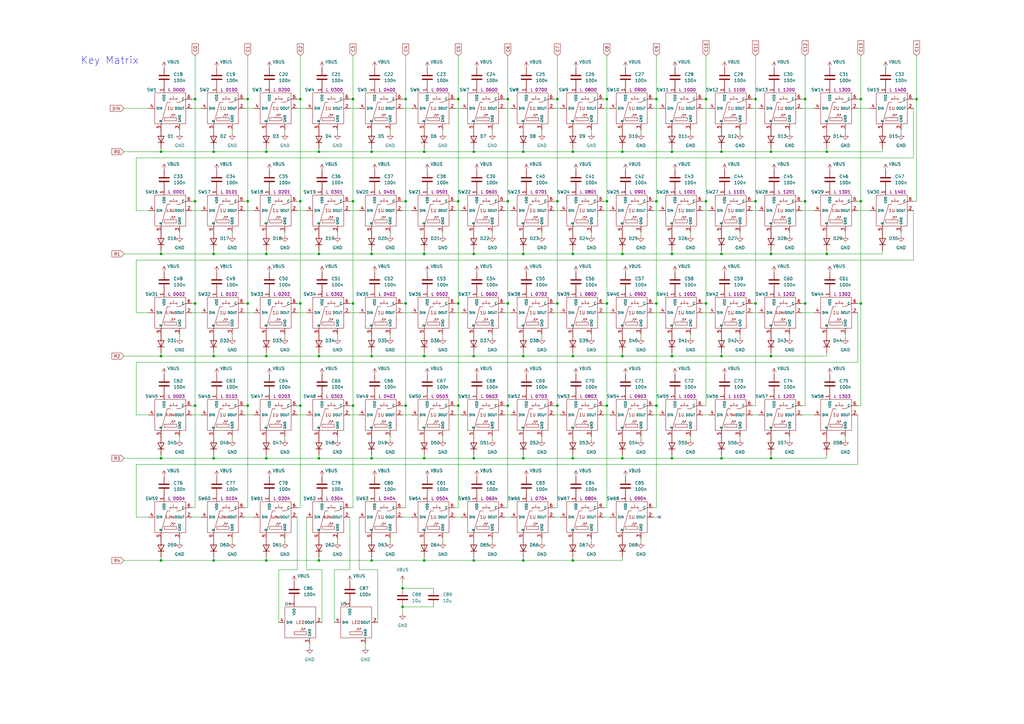
<source format=kicad_sch>
(kicad_sch (version 20230121) (generator eeschema)
  (paper "A3")
  (junction (at 275.59 146.05))
  (junction (at 295.91 146.05))
  (junction (at 214.63 146.05))
  (junction (at 289.56 82.55))
  (junction (at 194.31 62.23))
  (junction (at 130.81 187.96))
  (junction (at 255.27 104.14))
  (junction (at 255.27 146.05))
  (junction (at 187.96 40.64))
  (junction (at 173.99 229.87))
  (junction (at 152.4 62.23))
  (junction (at 144.78 166.37))
  (junction (at 173.99 104.14))
  (junction (at 316.23 104.14))
  (junction (at 234.95 229.87))
  (junction (at 109.22 104.14))
  (junction (at 289.56 40.64))
  (junction (at 166.37 166.37))
  (junction (at 316.23 62.23))
  (junction (at 187.96 124.46))
  (junction (at 109.22 229.87))
  (junction (at 152.4 187.96))
  (junction (at 87.63 146.05))
  (junction (at 165.1 241.3))
  (junction (at 173.99 146.05))
  (junction (at 87.63 104.14))
  (junction (at 194.31 104.14))
  (junction (at 339.09 62.23))
  (junction (at 165.1 248.92))
  (junction (at 309.88 124.46))
  (junction (at 173.99 62.23))
  (junction (at 353.06 124.46))
  (junction (at 101.6 124.46))
  (junction (at 194.31 229.87))
  (junction (at 269.24 124.46))
  (junction (at 353.06 40.64))
  (junction (at 248.92 166.37))
  (junction (at 316.23 146.05))
  (junction (at 144.78 82.55))
  (junction (at 101.6 82.55))
  (junction (at 309.88 82.55))
  (junction (at 208.28 40.64))
  (junction (at 101.6 40.64))
  (junction (at 214.63 62.23))
  (junction (at 101.6 166.37))
  (junction (at 152.4 104.14))
  (junction (at 269.24 40.64))
  (junction (at 269.24 166.37))
  (junction (at 123.19 40.64))
  (junction (at 194.31 146.05))
  (junction (at 166.37 124.46))
  (junction (at 339.09 104.14))
  (junction (at 330.2 40.64))
  (junction (at 130.81 229.87))
  (junction (at 187.96 166.37))
  (junction (at 228.6 166.37))
  (junction (at 80.01 124.46))
  (junction (at 166.37 82.55))
  (junction (at 248.92 82.55))
  (junction (at 228.6 124.46))
  (junction (at 194.31 187.96))
  (junction (at 275.59 187.96))
  (junction (at 152.4 146.05))
  (junction (at 109.22 146.05))
  (junction (at 130.81 104.14))
  (junction (at 144.78 124.46))
  (junction (at 166.37 40.64))
  (junction (at 80.01 166.37))
  (junction (at 173.99 187.96))
  (junction (at 80.01 82.55))
  (junction (at 309.88 40.64))
  (junction (at 152.4 229.87))
  (junction (at 353.06 82.55))
  (junction (at 330.2 124.46))
  (junction (at 123.19 166.37))
  (junction (at 275.59 62.23))
  (junction (at 295.91 187.96))
  (junction (at 255.27 62.23))
  (junction (at 289.56 124.46))
  (junction (at 330.2 82.55))
  (junction (at 255.27 187.96))
  (junction (at 66.04 187.96))
  (junction (at 214.63 229.87))
  (junction (at 208.28 124.46))
  (junction (at 214.63 187.96))
  (junction (at 109.22 187.96))
  (junction (at 87.63 229.87))
  (junction (at 316.23 187.96))
  (junction (at 66.04 104.14))
  (junction (at 375.92 40.64))
  (junction (at 214.63 104.14))
  (junction (at 208.28 82.55))
  (junction (at 144.78 40.64))
  (junction (at 234.95 104.14))
  (junction (at 187.96 82.55))
  (junction (at 66.04 146.05))
  (junction (at 248.92 40.64))
  (junction (at 295.91 62.23))
  (junction (at 123.19 124.46))
  (junction (at 269.24 82.55))
  (junction (at 208.28 166.37))
  (junction (at 87.63 62.23))
  (junction (at 80.01 40.64))
  (junction (at 228.6 40.64))
  (junction (at 130.81 62.23))
  (junction (at 66.04 229.87))
  (junction (at 66.04 62.23))
  (junction (at 275.59 104.14))
  (junction (at 248.92 124.46))
  (junction (at 87.63 187.96))
  (junction (at 234.95 187.96))
  (junction (at 123.19 82.55))
  (junction (at 234.95 62.23))
  (junction (at 295.91 104.14))
  (junction (at 109.22 62.23))
  (junction (at 130.81 146.05))
  (junction (at 234.95 146.05))
  (junction (at 228.6 82.55))
  (no_connect (at 270.51 212.09))
  (wire (pts (xy 143.51 128.27) (xy 147.32 128.27)))
  (wire (pts (xy 123.19 40.64) (xy 121.92 40.64)))
  (wire (pts (xy 101.6 208.28) (xy 100.33 208.28)))
  (wire (pts (xy 80.01 22.86) (xy 80.01 40.64)))
  (wire (pts (xy 95.25 138.43) (xy 95.25 137.16)))
  (wire (pts (xy 228.6 166.37) (xy 227.33 166.37)))
  (wire (pts (xy 132.08 255.27) (xy 132.08 233.68)))
  (wire (pts (xy 275.59 104.14) (xy 275.59 102.87)))
  (wire (pts (xy 166.37 40.64) (xy 166.37 82.55)))
  (wire (pts (xy 262.89 222.25) (xy 262.89 220.98)))
  (wire (pts (xy 187.96 166.37) (xy 187.96 208.28)))
  (wire (pts (xy 123.19 124.46) (xy 121.92 124.46)))
  (wire (pts (xy 73.66 96.52) (xy 73.66 95.25)))
  (wire (pts (xy 214.63 62.23) (xy 214.63 60.96)))
  (wire (pts (xy 330.2 40.64) (xy 330.2 82.55)))
  (wire (pts (xy 121.92 44.45) (xy 125.73 44.45)))
  (wire (pts (xy 214.63 229.87) (xy 234.95 229.87)))
  (wire (pts (xy 353.06 124.46) (xy 351.79 124.46)))
  (wire (pts (xy 209.55 170.18) (xy 207.01 170.18)))
  (wire (pts (xy 275.59 62.23) (xy 275.59 60.96)))
  (wire (pts (xy 351.79 190.5) (xy 351.79 170.18)))
  (wire (pts (xy 55.88 128.27) (xy 60.96 128.27)))
  (wire (pts (xy 346.71 180.34) (xy 346.71 179.07)))
  (wire (pts (xy 323.85 180.34) (xy 323.85 179.07)))
  (wire (pts (xy 127 264.16) (xy 127 265.43)))
  (wire (pts (xy 289.56 22.86) (xy 289.56 40.64)))
  (wire (pts (xy 194.31 146.05) (xy 214.63 146.05)))
  (wire (pts (xy 101.6 166.37) (xy 100.33 166.37)))
  (wire (pts (xy 130.81 62.23) (xy 130.81 60.96)))
  (wire (pts (xy 123.19 22.86) (xy 123.19 40.64)))
  (wire (pts (xy 87.63 146.05) (xy 87.63 144.78)))
  (wire (pts (xy 116.84 138.43) (xy 116.84 137.16)))
  (wire (pts (xy 143.51 44.45) (xy 147.32 44.45)))
  (wire (pts (xy 66.04 62.23) (xy 87.63 62.23)))
  (wire (pts (xy 73.66 138.43) (xy 73.66 137.16)))
  (wire (pts (xy 201.93 54.61) (xy 201.93 53.34)))
  (wire (pts (xy 255.27 146.05) (xy 275.59 146.05)))
  (wire (pts (xy 166.37 208.28) (xy 165.1 208.28)))
  (wire (pts (xy 234.95 229.87) (xy 234.95 228.6)))
  (wire (pts (xy 130.81 104.14) (xy 130.81 102.87)))
  (wire (pts (xy 339.09 62.23) (xy 361.95 62.23)))
  (wire (pts (xy 330.2 124.46) (xy 330.2 166.37)))
  (wire (pts (xy 78.74 170.18) (xy 82.55 170.18)))
  (wire (pts (xy 356.87 86.36) (xy 351.79 86.36)))
  (wire (pts (xy 275.59 146.05) (xy 295.91 146.05)))
  (wire (pts (xy 87.63 187.96) (xy 109.22 187.96)))
  (wire (pts (xy 152.4 229.87) (xy 173.99 229.87)))
  (wire (pts (xy 80.01 124.46) (xy 80.01 166.37)))
  (wire (pts (xy 311.15 86.36) (xy 308.61 86.36)))
  (wire (pts (xy 248.92 166.37) (xy 248.92 208.28)))
  (wire (pts (xy 275.59 187.96) (xy 275.59 186.69)))
  (wire (pts (xy 152.4 146.05) (xy 152.4 144.78)))
  (wire (pts (xy 121.92 86.36) (xy 125.73 86.36)))
  (wire (pts (xy 269.24 124.46) (xy 267.97 124.46)))
  (wire (pts (xy 375.92 22.86) (xy 375.92 40.64)))
  (wire (pts (xy 303.53 180.34) (xy 303.53 179.07)))
  (wire (pts (xy 166.37 82.55) (xy 165.1 82.55)))
  (wire (pts (xy 339.09 146.05) (xy 339.09 144.78)))
  (wire (pts (xy 189.23 212.09) (xy 186.69 212.09)))
  (wire (pts (xy 181.61 138.43) (xy 181.61 137.16)))
  (wire (pts (xy 66.04 146.05) (xy 87.63 146.05)))
  (wire (pts (xy 173.99 146.05) (xy 194.31 146.05)))
  (wire (pts (xy 303.53 138.43) (xy 303.53 137.16)))
  (wire (pts (xy 209.55 212.09) (xy 207.01 212.09)))
  (wire (pts (xy 242.57 180.34) (xy 242.57 179.07)))
  (wire (pts (xy 152.4 62.23) (xy 152.4 60.96)))
  (wire (pts (xy 339.09 104.14) (xy 339.09 102.87)))
  (wire (pts (xy 234.95 104.14) (xy 234.95 102.87)))
  (wire (pts (xy 121.92 212.09) (xy 121.92 233.68)))
  (wire (pts (xy 152.4 146.05) (xy 173.99 146.05)))
  (wire (pts (xy 50.8 229.87) (xy 66.04 229.87)))
  (wire (pts (xy 208.28 22.86) (xy 208.28 40.64)))
  (wire (pts (xy 66.04 60.96) (xy 66.04 62.23)))
  (wire (pts (xy 181.61 96.52) (xy 181.61 95.25)))
  (wire (pts (xy 248.92 40.64) (xy 248.92 82.55)))
  (wire (pts (xy 208.28 124.46) (xy 208.28 166.37)))
  (wire (pts (xy 214.63 146.05) (xy 214.63 144.78)))
  (wire (pts (xy 242.57 54.61) (xy 242.57 53.34)))
  (wire (pts (xy 166.37 82.55) (xy 166.37 124.46)))
  (wire (pts (xy 316.23 187.96) (xy 316.23 186.69)))
  (wire (pts (xy 165.1 44.45) (xy 168.91 44.45)))
  (wire (pts (xy 137.16 255.27) (xy 137.16 233.68)))
  (wire (pts (xy 214.63 187.96) (xy 214.63 186.69)))
  (wire (pts (xy 101.6 124.46) (xy 101.6 166.37)))
  (wire (pts (xy 375.92 40.64) (xy 375.92 82.55)))
  (wire (pts (xy 339.09 187.96) (xy 339.09 186.69)))
  (wire (pts (xy 248.92 208.28) (xy 247.65 208.28)))
  (wire (pts (xy 234.95 62.23) (xy 234.95 60.96)))
  (wire (pts (xy 144.78 166.37) (xy 144.78 208.28)))
  (wire (pts (xy 208.28 166.37) (xy 207.01 166.37)))
  (wire (pts (xy 330.2 40.64) (xy 328.93 40.64)))
  (wire (pts (xy 309.88 22.86) (xy 309.88 40.64)))
  (wire (pts (xy 55.88 190.5) (xy 351.79 190.5)))
  (wire (pts (xy 66.04 104.14) (xy 87.63 104.14)))
  (wire (pts (xy 66.04 229.87) (xy 87.63 229.87)))
  (wire (pts (xy 189.23 44.45) (xy 186.69 44.45)))
  (wire (pts (xy 144.78 208.28) (xy 143.51 208.28)))
  (wire (pts (xy 323.85 96.52) (xy 323.85 95.25)))
  (wire (pts (xy 346.71 54.61) (xy 346.71 53.34)))
  (wire (pts (xy 309.88 166.37) (xy 308.61 166.37)))
  (wire (pts (xy 374.65 106.68) (xy 374.65 86.36)))
  (wire (pts (xy 316.23 62.23) (xy 339.09 62.23)))
  (wire (pts (xy 144.78 124.46) (xy 143.51 124.46)))
  (wire (pts (xy 316.23 104.14) (xy 316.23 102.87)))
  (wire (pts (xy 290.83 170.18) (xy 288.29 170.18)))
  (wire (pts (xy 194.31 146.05) (xy 194.31 144.78)))
  (wire (pts (xy 248.92 22.86) (xy 248.92 40.64)))
  (wire (pts (xy 269.24 166.37) (xy 267.97 166.37)))
  (wire (pts (xy 187.96 40.64) (xy 187.96 82.55)))
  (wire (pts (xy 194.31 104.14) (xy 194.31 102.87)))
  (wire (pts (xy 351.79 148.59) (xy 351.79 128.27)))
  (wire (pts (xy 248.92 82.55) (xy 247.65 82.55)))
  (wire (pts (xy 173.99 104.14) (xy 194.31 104.14)))
  (wire (pts (xy 270.51 44.45) (xy 267.97 44.45)))
  (wire (pts (xy 130.81 62.23) (xy 152.4 62.23)))
  (wire (pts (xy 87.63 104.14) (xy 109.22 104.14)))
  (wire (pts (xy 330.2 166.37) (xy 328.93 166.37)))
  (wire (pts (xy 121.92 233.68) (xy 114.3 233.68)))
  (wire (pts (xy 87.63 229.87) (xy 109.22 229.87)))
  (wire (pts (xy 109.22 104.14) (xy 109.22 102.87)))
  (wire (pts (xy 250.19 170.18) (xy 247.65 170.18)))
  (wire (pts (xy 66.04 186.69) (xy 66.04 187.96)))
  (wire (pts (xy 100.33 44.45) (xy 104.14 44.45)))
  (wire (pts (xy 228.6 82.55) (xy 228.6 124.46)))
  (wire (pts (xy 181.61 180.34) (xy 181.61 179.07)))
  (wire (pts (xy 330.2 82.55) (xy 330.2 124.46)))
  (wire (pts (xy 144.78 82.55) (xy 144.78 124.46)))
  (wire (pts (xy 295.91 187.96) (xy 316.23 187.96)))
  (wire (pts (xy 289.56 82.55) (xy 288.29 82.55)))
  (wire (pts (xy 95.25 96.52) (xy 95.25 95.25)))
  (wire (pts (xy 295.91 104.14) (xy 316.23 104.14)))
  (wire (pts (xy 73.66 222.25) (xy 73.66 220.98)))
  (wire (pts (xy 248.92 124.46) (xy 248.92 166.37)))
  (wire (pts (xy 165.1 86.36) (xy 168.91 86.36)))
  (wire (pts (xy 109.22 187.96) (xy 109.22 186.69)))
  (wire (pts (xy 109.22 146.05) (xy 130.81 146.05)))
  (wire (pts (xy 289.56 40.64) (xy 289.56 82.55)))
  (wire (pts (xy 242.57 222.25) (xy 242.57 220.98)))
  (wire (pts (xy 80.01 40.64) (xy 80.01 82.55)))
  (wire (pts (xy 116.84 180.34) (xy 116.84 179.07)))
  (wire (pts (xy 138.43 54.61) (xy 138.43 53.34)))
  (wire (pts (xy 87.63 104.14) (xy 87.63 102.87)))
  (wire (pts (xy 116.84 54.61) (xy 116.84 53.34)))
  (wire (pts (xy 78.74 128.27) (xy 82.55 128.27)))
  (wire (pts (xy 303.53 96.52) (xy 303.53 95.25)))
  (wire (pts (xy 173.99 146.05) (xy 173.99 144.78)))
  (wire (pts (xy 361.95 62.23) (xy 361.95 60.96)))
  (wire (pts (xy 316.23 146.05) (xy 316.23 144.78)))
  (wire (pts (xy 147.32 233.68) (xy 154.94 233.68)))
  (wire (pts (xy 130.81 146.05) (xy 152.4 146.05)))
  (wire (pts (xy 295.91 187.96) (xy 295.91 186.69)))
  (wire (pts (xy 154.94 233.68) (xy 154.94 255.27)))
  (wire (pts (xy 234.95 146.05) (xy 234.95 144.78)))
  (wire (pts (xy 295.91 104.14) (xy 295.91 102.87)))
  (wire (pts (xy 295.91 62.23) (xy 295.91 60.96)))
  (wire (pts (xy 208.28 82.55) (xy 207.01 82.55)))
  (wire (pts (xy 101.6 40.64) (xy 100.33 40.64)))
  (wire (pts (xy 125.73 233.68) (xy 125.73 212.09)))
  (wire (pts (xy 78.74 212.09) (xy 82.55 212.09)))
  (wire (pts (xy 194.31 187.96) (xy 194.31 186.69)))
  (wire (pts (xy 290.83 128.27) (xy 288.29 128.27)))
  (wire (pts (xy 234.95 146.05) (xy 255.27 146.05)))
  (wire (pts (xy 228.6 124.46) (xy 228.6 166.37)))
  (wire (pts (xy 353.06 82.55) (xy 353.06 124.46)))
  (wire (pts (xy 269.24 82.55) (xy 267.97 82.55)))
  (wire (pts (xy 275.59 187.96) (xy 295.91 187.96)))
  (wire (pts (xy 109.22 187.96) (xy 130.81 187.96)))
  (wire (pts (xy 334.01 86.36) (xy 328.93 86.36)))
  (wire (pts (xy 262.89 96.52) (xy 262.89 95.25)))
  (wire (pts (xy 330.2 82.55) (xy 328.93 82.55)))
  (wire (pts (xy 255.27 146.05) (xy 255.27 144.78)))
  (wire (pts (xy 55.88 106.68) (xy 374.65 106.68)))
  (wire (pts (xy 339.09 62.23) (xy 339.09 60.96)))
  (wire (pts (xy 187.96 82.55) (xy 186.69 82.55)))
  (wire (pts (xy 229.87 128.27) (xy 227.33 128.27)))
  (wire (pts (xy 209.55 86.36) (xy 207.01 86.36)))
  (wire (pts (xy 87.63 187.96) (xy 87.63 186.69)))
  (wire (pts (xy 60.96 212.09) (xy 55.88 212.09)))
  (wire (pts (xy 80.01 166.37) (xy 78.74 166.37)))
  (wire (pts (xy 234.95 104.14) (xy 255.27 104.14)))
  (wire (pts (xy 316.23 187.96) (xy 339.09 187.96)))
  (wire (pts (xy 289.56 124.46) (xy 288.29 124.46)))
  (wire (pts (xy 194.31 62.23) (xy 194.31 60.96)))
  (wire (pts (xy 316.23 104.14) (xy 339.09 104.14)))
  (wire (pts (xy 166.37 124.46) (xy 165.1 124.46)))
  (wire (pts (xy 289.56 124.46) (xy 289.56 166.37)))
  (wire (pts (xy 73.66 54.61) (xy 73.66 53.34)))
  (wire (pts (xy 269.24 40.64) (xy 267.97 40.64)))
  (wire (pts (xy 323.85 138.43) (xy 323.85 137.16)))
  (wire (pts (xy 289.56 166.37) (xy 288.29 166.37)))
  (wire (pts (xy 374.65 64.77) (xy 374.65 44.45)))
  (wire (pts (xy 283.21 138.43) (xy 283.21 137.16)))
  (wire (pts (xy 87.63 62.23) (xy 87.63 60.96)))
  (wire (pts (xy 316.23 146.05) (xy 339.09 146.05)))
  (wire (pts (xy 87.63 62.23) (xy 109.22 62.23)))
  (wire (pts (xy 208.28 124.46) (xy 207.01 124.46)))
  (wire (pts (xy 229.87 86.36) (xy 227.33 86.36)))
  (wire (pts (xy 100.33 128.27) (xy 104.14 128.27)))
  (wire (pts (xy 309.88 40.64) (xy 308.61 40.64)))
  (wire (pts (xy 50.8 44.45) (xy 60.96 44.45)))
  (wire (pts (xy 130.81 146.05) (xy 130.81 144.78)))
  (wire (pts (xy 229.87 212.09) (xy 227.33 212.09)))
  (wire (pts (xy 123.19 82.55) (xy 121.92 82.55)))
  (wire (pts (xy 201.93 96.52) (xy 201.93 95.25)))
  (wire (pts (xy 234.95 187.96) (xy 234.95 186.69)))
  (wire (pts (xy 55.88 128.27) (xy 55.88 106.68)))
  (wire (pts (xy 50.8 62.23) (xy 66.04 62.23)))
  (wire (pts (xy 109.22 62.23) (xy 130.81 62.23)))
  (wire (pts (xy 55.88 212.09) (xy 55.88 190.5)))
  (wire (pts (xy 123.19 40.64) (xy 123.19 82.55)))
  (wire (pts (xy 375.92 82.55) (xy 374.65 82.55)))
  (wire (pts (xy 222.25 222.25) (xy 222.25 220.98)))
  (wire (pts (xy 166.37 124.46) (xy 166.37 166.37)))
  (wire (pts (xy 295.91 62.23) (xy 316.23 62.23)))
  (wire (pts (xy 209.55 44.45) (xy 207.01 44.45)))
  (wire (pts (xy 173.99 187.96) (xy 194.31 187.96)))
  (wire (pts (xy 309.88 124.46) (xy 309.88 166.37)))
  (wire (pts (xy 228.6 166.37) (xy 228.6 208.28)))
  (wire (pts (xy 369.57 54.61) (xy 369.57 53.34)))
  (wire (pts (xy 95.25 222.25) (xy 95.25 220.98)))
  (wire (pts (xy 228.6 40.64) (xy 228.6 82.55)))
  (wire (pts (xy 369.57 96.52) (xy 369.57 95.25)))
  (wire (pts (xy 173.99 229.87) (xy 173.99 228.6)))
  (wire (pts (xy 144.78 40.64) (xy 143.51 40.64)))
  (wire (pts (xy 353.06 124.46) (xy 353.06 166.37)))
  (wire (pts (xy 269.24 82.55) (xy 269.24 124.46)))
  (wire (pts (xy 208.28 208.28) (xy 207.01 208.28)))
  (wire (pts (xy 152.4 104.14) (xy 173.99 104.14)))
  (wire (pts (xy 130.81 187.96) (xy 130.81 186.69)))
  (wire (pts (xy 173.99 229.87) (xy 194.31 229.87)))
  (wire (pts (xy 194.31 229.87) (xy 214.63 229.87)))
  (wire (pts (xy 201.93 222.25) (xy 201.93 220.98)))
  (wire (pts (xy 194.31 187.96) (xy 214.63 187.96)))
  (wire (pts (xy 234.95 229.87) (xy 255.27 229.87)))
  (wire (pts (xy 330.2 22.86) (xy 330.2 40.64)))
  (wire (pts (xy 100.33 212.09) (xy 104.14 212.09)))
  (wire (pts (xy 187.96 40.64) (xy 186.69 40.64)))
  (wire (pts (xy 130.81 187.96) (xy 152.4 187.96)))
  (wire (pts (xy 116.84 96.52) (xy 116.84 95.25)))
  (wire (pts (xy 201.93 180.34) (xy 201.93 179.07)))
  (wire (pts (xy 165.1 170.18) (xy 168.91 170.18)))
  (wire (pts (xy 187.96 124.46) (xy 186.69 124.46)))
  (wire (pts (xy 222.25 138.43) (xy 222.25 137.16)))
  (wire (pts (xy 144.78 124.46) (xy 144.78 166.37)))
  (wire (pts (xy 166.37 40.64) (xy 165.1 40.64)))
  (wire (pts (xy 270.51 128.27) (xy 267.97 128.27)))
  (wire (pts (xy 356.87 44.45) (xy 351.79 44.45)))
  (wire (pts (xy 80.01 40.64) (xy 78.74 40.64)))
  (wire (pts (xy 208.28 166.37) (xy 208.28 208.28)))
  (wire (pts (xy 269.24 208.28) (xy 267.97 208.28)))
  (wire (pts (xy 165.1 128.27) (xy 168.91 128.27)))
  (wire (pts (xy 78.74 44.45) (xy 82.55 44.45)))
  (wire (pts (xy 152.4 229.87) (xy 152.4 228.6)))
  (wire (pts (xy 160.02 180.34) (xy 160.02 179.07)))
  (wire (pts (xy 55.88 170.18) (xy 55.88 148.59)))
  (wire (pts (xy 255.27 187.96) (xy 275.59 187.96)))
  (wire (pts (xy 149.86 265.43) (xy 149.86 264.16)))
  (wire (pts (xy 309.88 40.64) (xy 309.88 82.55)))
  (wire (pts (xy 165.1 241.3) (xy 177.8 241.3)))
  (wire (pts (xy 101.6 82.55) (xy 100.33 82.55)))
  (wire (pts (xy 116.84 222.25) (xy 116.84 220.98)))
  (wire (pts (xy 283.21 96.52) (xy 283.21 95.25)))
  (wire (pts (xy 138.43 180.34) (xy 138.43 179.07)))
  (wire (pts (xy 248.92 40.64) (xy 247.65 40.64)))
  (wire (pts (xy 255.27 229.87) (xy 255.27 228.6)))
  (wire (pts (xy 353.06 40.64) (xy 351.79 40.64)))
  (wire (pts (xy 248.92 124.46) (xy 247.65 124.46)))
  (wire (pts (xy 143.51 86.36) (xy 147.32 86.36)))
  (wire (pts (xy 187.96 166.37) (xy 186.69 166.37)))
  (wire (pts (xy 334.01 44.45) (xy 328.93 44.45)))
  (wire (pts (xy 346.71 96.52) (xy 346.71 95.25)))
  (wire (pts (xy 80.01 208.28) (xy 78.74 208.28)))
  (wire (pts (xy 283.21 180.34) (xy 283.21 179.07)))
  (wire (pts (xy 73.66 180.34) (xy 73.66 179.07)))
  (wire (pts (xy 55.88 64.77) (xy 374.65 64.77)))
  (wire (pts (xy 55.88 148.59) (xy 351.79 148.59)))
  (wire (pts (xy 160.02 138.43) (xy 160.02 137.16)))
  (wire (pts (xy 187.96 208.28) (xy 186.69 208.28)))
  (wire (pts (xy 255.27 104.14) (xy 275.59 104.14)))
  (wire (pts (xy 228.6 82.55) (xy 227.33 82.55)))
  (wire (pts (xy 152.4 62.23) (xy 173.99 62.23)))
  (wire (pts (xy 234.95 187.96) (xy 255.27 187.96)))
  (wire (pts (xy 275.59 62.23) (xy 295.91 62.23)))
  (wire (pts (xy 275.59 104.14) (xy 295.91 104.14)))
  (wire (pts (xy 55.88 86.36) (xy 60.96 86.36)))
  (wire (pts (xy 143.51 170.18) (xy 147.32 170.18)))
  (wire (pts (xy 255.27 62.23) (xy 255.27 60.96)))
  (wire (pts (xy 248.92 82.55) (xy 248.92 124.46)))
  (wire (pts (xy 101.6 124.46) (xy 100.33 124.46)))
  (wire (pts (xy 234.95 62.23) (xy 255.27 62.23)))
  (wire (pts (xy 208.28 40.64) (xy 208.28 82.55)))
  (wire (pts (xy 330.2 124.46) (xy 328.93 124.46)))
  (wire (pts (xy 189.23 86.36) (xy 186.69 86.36)))
  (wire (pts (xy 152.4 104.14) (xy 152.4 102.87)))
  (wire (pts (xy 80.01 166.37) (xy 80.01 208.28)))
  (wire (pts (xy 55.88 86.36) (xy 55.88 64.77)))
  (wire (pts (xy 160.02 222.25) (xy 160.02 220.98)))
  (wire (pts (xy 66.04 102.87) (xy 66.04 104.14)))
  (wire (pts (xy 187.96 124.46) (xy 187.96 166.37)))
  (wire (pts (xy 334.01 128.27) (xy 328.93 128.27)))
  (wire (pts (xy 173.99 62.23) (xy 173.99 60.96)))
  (wire (pts (xy 222.25 180.34) (xy 222.25 179.07)))
  (wire (pts (xy 132.08 233.68) (xy 125.73 233.68)))
  (wire (pts (xy 311.15 44.45) (xy 308.61 44.45)))
  (wire (pts (xy 187.96 22.86) (xy 187.96 40.64)))
  (wire (pts (xy 250.19 86.36) (xy 247.65 86.36)))
  (wire (pts (xy 181.61 54.61) (xy 181.61 53.34)))
  (wire (pts (xy 255.27 187.96) (xy 255.27 186.69)))
  (wire (pts (xy 123.19 82.55) (xy 123.19 124.46)))
  (wire (pts (xy 194.31 104.14) (xy 214.63 104.14)))
  (wire (pts (xy 165.1 212.09) (xy 168.91 212.09)))
  (wire (pts (xy 189.23 170.18) (xy 186.69 170.18)))
  (wire (pts (xy 250.19 128.27) (xy 247.65 128.27)))
  (wire (pts (xy 289.56 82.55) (xy 289.56 124.46)))
  (wire (pts (xy 228.6 124.46) (xy 227.33 124.46)))
  (wire (pts (xy 228.6 22.86) (xy 228.6 40.64)))
  (wire (pts (xy 78.74 86.36) (xy 82.55 86.36)))
  (wire (pts (xy 173.99 62.23) (xy 194.31 62.23)))
  (wire (pts (xy 269.24 22.86) (xy 269.24 40.64)))
  (wire (pts (xy 80.01 124.46) (xy 78.74 124.46)))
  (wire (pts (xy 121.92 128.27) (xy 125.73 128.27)))
  (wire (pts (xy 123.19 166.37) (xy 121.92 166.37)))
  (wire (pts (xy 144.78 166.37) (xy 143.51 166.37)))
  (wire (pts (xy 214.63 104.14) (xy 234.95 104.14)))
  (wire (pts (xy 295.91 146.05) (xy 295.91 144.78)))
  (wire (pts (xy 50.8 104.14) (xy 66.04 104.14)))
  (wire (pts (xy 87.63 229.87) (xy 87.63 228.6)))
  (wire (pts (xy 262.89 138.43) (xy 262.89 137.16)))
  (wire (pts (xy 214.63 62.23) (xy 234.95 62.23)))
  (wire (pts (xy 275.59 146.05) (xy 275.59 144.78)))
  (wire (pts (xy 339.09 104.14) (xy 361.95 104.14)))
  (wire (pts (xy 130.81 229.87) (xy 152.4 229.87)))
  (wire (pts (xy 201.93 138.43) (xy 201.93 137.16)))
  (wire (pts (xy 250.19 212.09) (xy 247.65 212.09)))
  (wire (pts (xy 311.15 128.27) (xy 308.61 128.27)))
  (wire (pts (xy 60.96 170.18) (xy 55.88 170.18)))
  (wire (pts (xy 295.91 146.05) (xy 316.23 146.05)))
  (wire (pts (xy 160.02 54.61) (xy 160.02 53.34)))
  (wire (pts (xy 222.25 54.61) (xy 222.25 53.34)))
  (wire (pts (xy 353.06 40.64) (xy 353.06 82.55)))
  (wire (pts (xy 290.83 86.36) (xy 288.29 86.36)))
  (wire (pts (xy 123.19 166.37) (xy 123.19 208.28)))
  (wire (pts (xy 166.37 166.37) (xy 166.37 208.28)))
  (wire (pts (xy 50.8 146.05) (xy 66.04 146.05)))
  (wire (pts (xy 214.63 104.14) (xy 214.63 102.87)))
  (wire (pts (xy 222.25 96.52) (xy 222.25 95.25)))
  (wire (pts (xy 242.57 138.43) (xy 242.57 137.16)))
  (wire (pts (xy 255.27 62.23) (xy 275.59 62.23)))
  (wire (pts (xy 144.78 40.64) (xy 144.78 82.55)))
  (wire (pts (xy 270.51 86.36) (xy 267.97 86.36)))
  (wire (pts (xy 87.63 146.05) (xy 109.22 146.05)))
  (wire (pts (xy 262.89 54.61) (xy 262.89 53.34)))
  (wire (pts (xy 165.1 248.92) (xy 177.8 248.92)))
  (wire (pts (xy 228.6 208.28) (xy 227.33 208.28)))
  (wire (pts (xy 101.6 22.86) (xy 101.6 40.64)))
  (wire (pts (xy 152.4 187.96) (xy 173.99 187.96)))
  (wire (pts (xy 283.21 54.61) (xy 283.21 53.34)))
  (wire (pts (xy 334.01 170.18) (xy 328.93 170.18)))
  (wire (pts (xy 160.02 96.52) (xy 160.02 95.25)))
  (wire (pts (xy 309.88 82.55) (xy 309.88 124.46)))
  (wire (pts (xy 109.22 62.23) (xy 109.22 60.96)))
  (wire (pts (xy 309.88 82.55) (xy 308.61 82.55)))
  (wire (pts (xy 95.25 54.61) (xy 95.25 53.34)))
  (wire (pts (xy 173.99 187.96) (xy 173.99 186.69)))
  (wire (pts (xy 66.04 144.78) (xy 66.04 146.05)))
  (wire (pts (xy 144.78 22.86) (xy 144.78 40.64)))
  (wire (pts (xy 353.06 22.86) (xy 353.06 40.64)))
  (wire (pts (xy 138.43 96.52) (xy 138.43 95.25)))
  (wire (pts (xy 165.1 251.46) (xy 165.1 248.92)))
  (wire (pts (xy 323.85 54.61) (xy 323.85 53.34)))
  (wire (pts (xy 269.24 40.64) (xy 269.24 82.55)))
  (wire (pts (xy 101.6 40.64) (xy 101.6 82.55)))
  (wire (pts (xy 248.92 166.37) (xy 247.65 166.37)))
  (wire (pts (xy 123.19 208.28) (xy 121.92 208.28)))
  (wire (pts (xy 353.06 166.37) (xy 351.79 166.37)))
  (wire (pts (xy 309.88 124.46) (xy 308.61 124.46)))
  (wire (pts (xy 269.24 166.37) (xy 269.24 208.28)))
  (wire (pts (xy 214.63 146.05) (xy 234.95 146.05)))
  (wire (pts (xy 208.28 82.55) (xy 208.28 124.46)))
  (wire (pts (xy 270.51 170.18) (xy 267.97 170.18)))
  (wire (pts (xy 173.99 104.14) (xy 173.99 102.87)))
  (wire (pts (xy 270.51 212.09) (xy 267.97 212.09)))
  (wire (pts (xy 66.04 187.96) (xy 87.63 187.96)))
  (wire (pts (xy 189.23 128.27) (xy 186.69 128.27)))
  (wire (pts (xy 194.31 62.23) (xy 214.63 62.23)))
  (wire (pts (xy 166.37 22.86) (xy 166.37 40.64)))
  (wire (pts (xy 361.95 104.14) (xy 361.95 102.87)))
  (wire (pts (xy 152.4 187.96) (xy 152.4 186.69)))
  (wire (pts (xy 101.6 166.37) (xy 101.6 208.28)))
  (wire (pts (xy 121.92 170.18) (xy 125.73 170.18)))
  (wire (pts (xy 311.15 170.18) (xy 308.61 170.18)))
  (wire (pts (xy 109.22 229.87) (xy 109.22 228.6)))
  (wire (pts (xy 229.87 44.45) (xy 227.33 44.45)))
  (wire (pts (xy 143.51 233.68) (xy 143.51 212.09)))
  (wire (pts (xy 66.04 228.6) (xy 66.04 229.87)))
  (wire (pts (xy 228.6 40.64) (xy 227.33 40.64)))
  (wire (pts (xy 50.8 187.96) (xy 66.04 187.96)))
  (wire (pts (xy 109.22 104.14) (xy 130.81 104.14)))
  (wire (pts (xy 80.01 82.55) (xy 80.01 124.46)))
  (wire (pts (xy 123.19 124.46) (xy 123.19 166.37)))
  (wire (pts (xy 194.31 229.87) (xy 194.31 228.6)))
  (wire (pts (xy 375.92 40.64) (xy 374.65 40.64)))
  (wire (pts (xy 138.43 222.25) (xy 138.43 220.98)))
  (wire (pts (xy 214.63 187.96) (xy 234.95 187.96)))
  (wire (pts (xy 95.25 180.34) (xy 95.25 179.07)))
  (wire (pts (xy 290.83 44.45) (xy 288.29 44.45)))
  (wire (pts (xy 144.78 82.55) (xy 143.51 82.55)))
  (wire (pts (xy 289.56 40.64) (xy 288.29 40.64)))
  (wire (pts (xy 187.96 82.55) (xy 187.96 124.46)))
  (wire (pts (xy 316.23 62.23) (xy 316.23 60.96)))
  (wire (pts (xy 109.22 146.05) (xy 109.22 144.78)))
  (wire (pts (xy 80.01 82.55) (xy 78.74 82.55)))
  (wire (pts (xy 100.33 170.18) (xy 104.14 170.18)))
  (wire (pts (xy 242.57 96.52) (xy 242.57 95.25)))
  (wire (pts (xy 262.89 180.34) (xy 262.89 179.07)))
  (wire (pts (xy 181.61 222.25) (xy 181.61 220.98)))
  (wire (pts (xy 250.19 44.45) (xy 247.65 44.45)))
  (wire (pts (xy 147.32 212.09) (xy 147.32 233.68)))
  (wire (pts (xy 208.28 40.64) (xy 207.01 40.64)))
  (wire (pts (xy 114.3 233.68) (xy 114.3 255.27)))
  (wire (pts (xy 100.33 86.36) (xy 104.14 86.36)))
  (wire (pts (xy 130.81 229.87) (xy 130.81 228.6)))
  (wire (pts (xy 303.53 54.61) (xy 303.53 53.34)))
  (wire (pts (xy 209.55 128.27) (xy 207.01 128.27)))
  (wire (pts (xy 165.1 241.3) (xy 165.1 238.76)))
  (wire (pts (xy 130.81 104.14) (xy 152.4 104.14)))
  (wire (pts (xy 346.71 138.43) (xy 346.71 137.16)))
  (wire (pts (xy 269.24 124.46) (xy 269.24 166.37)))
  (wire (pts (xy 138.43 138.43) (xy 138.43 137.16)))
  (wire (pts (xy 109.22 229.87) (xy 130.81 229.87)))
  (wire (pts (xy 137.16 233.68) (xy 143.51 233.68)))
  (wire (pts (xy 353.06 82.55) (xy 351.79 82.55)))
  (wire (pts (xy 255.27 104.14) (xy 255.27 102.87)))
  (wire (pts (xy 214.63 229.87) (xy 214.63 228.6)))
  (wire (pts (xy 101.6 82.55) (xy 101.6 124.46)))
  (wire (pts (xy 229.87 170.18) (xy 227.33 170.18)))
  (wire (pts (xy 166.37 166.37) (xy 165.1 166.37)))
  (text "Key Matrix" (at 33.02 26.67 0) (effects (font (size 3 3)) (justify left bottom)))
  (global_label "C8" (shape input) (at 248.92 22.86 90) (property "Intersheetrefs" "${INTERSHEET_REFS}" (effects hide)))
  (global_label "R3" (shape input) (at 50.8 187.96 180) (property "Intersheetrefs" "${INTERSHEET_REFS}" (effects hide)))
  (global_label "C13" (shape input) (at 353.06 22.86 90) (property "Intersheetrefs" "${INTERSHEET_REFS}" (effects hide)))
  (global_label "R1" (shape input) (at 50.8 104.14 180) (property "Intersheetrefs" "${INTERSHEET_REFS}" (effects hide)))
  (global_label "C0" (shape input) (at 80.01 22.86 90) (property "Intersheetrefs" "${INTERSHEET_REFS}" (effects hide)))
  (global_label "C11" (shape input) (at 309.88 22.86 90) (property "Intersheetrefs" "${INTERSHEET_REFS}" (effects hide)))
  (global_label "C9" (shape input) (at 269.24 22.86 90) (property "Intersheetrefs" "${INTERSHEET_REFS}" (effects hide)))
  (global_label "C2" (shape input) (at 123.19 22.86 90) (property "Intersheetrefs" "${INTERSHEET_REFS}" (effects hide)))
  (global_label "C4" (shape input) (at 166.37 22.86 90) (property "Intersheetrefs" "${INTERSHEET_REFS}" (effects hide)))
  (global_label "R4" (shape input) (at 50.8 229.87 180) (property "Intersheetrefs" "${INTERSHEET_REFS}" (effects hide)))
  (global_label "C10" (shape input) (at 289.56 22.86 90) (property "Intersheetrefs" "${INTERSHEET_REFS}" (effects hide)))
  (global_label "C6" (shape input) (at 208.28 22.86 90) (property "Intersheetrefs" "${INTERSHEET_REFS}" (effects hide)))
  (global_label "C14" (shape input) (at 375.92 22.86 90) (property "Intersheetrefs" "${INTERSHEET_REFS}" (effects hide)))
  (global_label "C5" (shape input) (at 187.96 22.86 90) (property "Intersheetrefs" "${INTERSHEET_REFS}" (effects hide)))
  (global_label "R2" (shape input) (at 50.8 146.05 180) (property "Intersheetrefs" "${INTERSHEET_REFS}" (effects hide)))
  (global_label "C12" (shape input) (at 330.2 22.86 90) (property "Intersheetrefs" "${INTERSHEET_REFS}" (effects hide)))
  (global_label "R0" (shape input) (at 50.8 62.23 180) (property "Intersheetrefs" "${INTERSHEET_REFS}" (effects hide)))
  (global_label "C1" (shape input) (at 101.6 22.86 90) (property "Intersheetrefs" "${INTERSHEET_REFS}" (effects hide)))
  (global_label "DIN" (shape input) (at 50.8 44.45 180) (property "Intersheetrefs" "${INTERSHEET_REFS}" (effects hide)))
  (global_label "C3" (shape input) (at 144.78 22.86 90) (property "Intersheetrefs" "${INTERSHEET_REFS}" (effects hide)))
  (global_label "C7" (shape input) (at 228.6 22.86 90) (property "Intersheetrefs" "${INTERSHEET_REFS}" (effects hide)))
  (symbol (lib_id "Device:D") (at 130.81 182.88 90) (unit 1)
    (property "Reference" "D48" (at 133.35 181.61 90) (effects (justify right)))
    (property "Value" "D" (effects hide))
    (property "Footprint" "Diode_SMD:D_SOD-123F" (effects hide))
    (property "Sim.Device" "D" (effects hide))
    (property "Sim.Pins" "1=K 2=A" (effects hide))
    (property "DigiKey" "4878-1N4148WCT-ND" (effects hide))
    (property "Name" "1N4148W" (effects hide))
  )
  (symbol (lib_id "Device:D") (at 130.81 57.15 90) (unit 1)
    (property "Reference" "D4" (at 133.35 55.88 90) (effects (justify right)))
    (property "Value" "D" (effects hide))
    (property "Footprint" "Diode_SMD:D_SOD-123F" (effects hide))
    (property "Sim.Device" "D" (effects hide))
    (property "Sim.Pins" "1=K 2=A" (effects hide))
    (property "DigiKey" "4878-1N4148WCT-ND" (effects hide))
    (property "Name" "1N4148W" (effects hide))
  )
  (symbol (lib_id "power:VBUS") (at 276.86 111.76 0) (unit 1)
    (property "Reference" "#PWR0110" (effects hide))
    (property "Value" "VBUS" (at 280.67 109.22 0))
  )
  (symbol (lib_id "power:GND") (at 73.66 54.61 0) (unit 1)
    (property "Reference" "#PWR040" (effects hide))
    (property "Value" "GND" (at 73.66 59.69 0))
  )
  (symbol (lib_id "power:GND") (at 201.93 222.25 0) (unit 1)
    (property "Reference" "#PWR0159" (effects hide))
    (property "Value" "GND" (at 201.93 227.33 0))
  )
  (symbol (lib_id "Device:D") (at 234.95 57.15 90) (unit 1)
    (property "Reference" "D9" (at 237.49 55.88 90) (effects (justify right)))
    (property "Value" "D" (effects hide))
    (property "Footprint" "Diode_SMD:D_SOD-123F" (effects hide))
    (property "Sim.Device" "D" (effects hide))
    (property "Sim.Pins" "1=K 2=A" (effects hide))
    (property "DigiKey" "4878-1N4148WCT-ND" (effects hide))
    (property "Name" "1N4148W" (effects hide))
  )
  (symbol (lib_id "Device:D") (at 214.63 224.79 90) (unit 1)
    (property "Reference" "D66" (at 217.17 223.52 90) (effects (justify right)))
    (property "Value" "D" (effects hide))
    (property "Footprint" "Diode_SMD:D_SOD-123F" (effects hide))
    (property "Sim.Device" "D" (effects hide))
    (property "Sim.Pins" "1=K 2=A" (effects hide))
    (property "DigiKey" "4878-1N4148WCT-ND" (effects hide))
    (property "Name" "1N4148W" (effects hide))
  )
  (symbol (lib_id "Device:C") (at 132.08 157.48 0) (unit 1)
    (property "Reference" "C65" (at 135.89 156.21 0) (effects (justify left)))
    (property "Value" "100n" (at 135.89 158.75 0) (effects (justify left)))
    (property "Footprint" "Capacitor_SMD:C_0603_1608Metric" (effects hide))
    (property "DigiKey" "311-1088-2-ND" (effects hide))
  )
  (symbol (lib_id "power:VBUS") (at 215.9 111.76 0) (unit 1)
    (property "Reference" "#PWR0104" (effects hide))
    (property "Value" "VBUS" (at 219.71 109.22 0))
  )
  (symbol (lib_id "power:VBUS") (at 340.36 69.85 0) (unit 1)
    (property "Reference" "#PWR086" (effects hide))
    (property "Value" "VBUS" (at 344.17 67.31 0))
  )
  (symbol (lib_id "power:GND") (at 201.93 138.43 0) (unit 1)
    (property "Reference" "#PWR0103" (effects hide))
    (property "Value" "GND" (at 201.93 143.51 0))
  )
  (symbol (lib_name "nd68_1.5u_hotswap_argb_1") (lib_id "ND68:nd68_1.5u_hotswap_argb") (at 69.85 86.36 0) (unit 1)
    (property "Reference" "SW16" (at 62.23 78.74 0))
    (property "Footprint" "ND68:ND68-1.5U-HS-ARGB" (effects hide))
    (property "Datasheet" "https://cdn-shop.adafruit.com/product-files/4960/4960_SK6812MINI-E_REV02_EN.pdf" (effects hide))
    (property "RC" "L 0001" (at 72.39 78.74 0))
  )
  (symbol (lib_id "ND68:nd68_1u_hotswap_argb") (at 218.44 128.27 0) (unit 1)
    (property "Reference" "SW38" (at 210.82 120.65 0))
    (property "Footprint" "ND68:ND68-1U-HS-ARGB" (effects hide))
    (property "Datasheet" "https://cdn-shop.adafruit.com/product-files/4960/4960_SK6812MINI-E_REV02_EN.pdf" (effects hide))
    (property "RC" "L 0702" (at 220.98 120.65 0))
  )
  (symbol (lib_id "Device:C") (at 276.86 157.48 0) (unit 1)
    (property "Reference" "C72" (at 280.67 156.21 0) (effects (justify left)))
    (property "Value" "100n" (at 280.67 158.75 0) (effects (justify left)))
    (property "Footprint" "Capacitor_SMD:C_0603_1608Metric" (effects hide))
    (property "DigiKey" "311-1088-2-ND" (effects hide))
  )
  (symbol (lib_id "Device:D") (at 295.91 182.88 90) (unit 1)
    (property "Reference" "D56" (at 298.45 181.61 90) (effects (justify right)))
    (property "Value" "D" (effects hide))
    (property "Footprint" "Diode_SMD:D_SOD-123F" (effects hide))
    (property "Sim.Device" "D" (effects hide))
    (property "Sim.Pins" "1=K 2=A" (effects hide))
    (property "DigiKey" "4878-1N4148WCT-ND" (effects hide))
    (property "Name" "1N4148W" (effects hide))
  )
  (symbol (lib_id "Device:D") (at 339.09 99.06 90) (unit 1)
    (property "Reference" "D29" (at 341.63 97.79 90) (effects (justify right)))
    (property "Value" "D" (effects hide))
    (property "Footprint" "Diode_SMD:D_SOD-123F" (effects hide))
    (property "Sim.Device" "D" (effects hide))
    (property "Sim.Pins" "1=K 2=A" (effects hide))
    (property "DigiKey" "4878-1N4148WCT-ND" (effects hide))
    (property "Name" "1N4148W" (effects hide))
  )
  (symbol (lib_id "power:GND") (at 262.89 138.43 0) (unit 1)
    (property "Reference" "#PWR0109" (effects hide))
    (property "Value" "GND" (at 262.89 143.51 0))
  )
  (symbol (lib_id "Device:C") (at 110.49 115.57 0) (unit 1)
    (property "Reference" "C50" (at 114.3 114.3 0) (effects (justify left)))
    (property "Value" "100n" (at 114.3 116.84 0) (effects (justify left)))
    (property "Footprint" "Capacitor_SMD:C_0603_1608Metric" (effects hide))
    (property "DigiKey" "311-1088-2-ND" (effects hide))
  )
  (symbol (lib_id "Device:C") (at 67.31 157.48 0) (unit 1)
    (property "Reference" "C62" (at 71.12 156.21 0) (effects (justify left)))
    (property "Value" "100n" (at 71.12 158.75 0) (effects (justify left)))
    (property "Footprint" "Capacitor_SMD:C_0603_1608Metric" (effects hide))
    (property "DigiKey" "311-1088-2-ND" (effects hide))
  )
  (symbol (lib_id "Device:D") (at 87.63 182.88 90) (unit 1)
    (property "Reference" "D46" (at 90.17 181.61 90) (effects (justify right)))
    (property "Value" "D" (effects hide))
    (property "Footprint" "Diode_SMD:D_SOD-123F" (effects hide))
    (property "Sim.Device" "D" (effects hide))
    (property "Sim.Pins" "1=K 2=A" (effects hide))
    (property "DigiKey" "4878-1N4148WCT-ND" (effects hide))
    (property "Name" "1N4148W" (effects hide))
  )
  (symbol (lib_id "Device:C") (at 236.22 115.57 0) (unit 1)
    (property "Reference" "C56" (at 240.03 114.3 0) (effects (justify left)))
    (property "Value" "100n" (at 240.03 116.84 0) (effects (justify left)))
    (property "Footprint" "Capacitor_SMD:C_0603_1608Metric" (effects hide))
    (property "DigiKey" "311-1088-2-ND" (effects hide))
  )
  (symbol (lib_id "Device:D") (at 87.63 224.79 90) (unit 1)
    (property "Reference" "D60" (at 90.17 223.52 90) (effects (justify right)))
    (property "Value" "D" (effects hide))
    (property "Footprint" "Diode_SMD:D_SOD-123F" (effects hide))
    (property "Sim.Device" "D" (effects hide))
    (property "Sim.Pins" "1=K 2=A" (effects hide))
    (property "DigiKey" "4878-1N4148WCT-ND" (effects hide))
    (property "Name" "1N4148W" (effects hide))
  )
  (symbol (lib_id "Device:D") (at 316.23 140.97 90) (unit 1)
    (property "Reference" "D43" (at 318.77 139.7 90) (effects (justify right)))
    (property "Value" "D" (effects hide))
    (property "Footprint" "Diode_SMD:D_SOD-123F" (effects hide))
    (property "Sim.Device" "D" (effects hide))
    (property "Sim.Pins" "1=K 2=A" (effects hide))
    (property "DigiKey" "4878-1N4148WCT-ND" (effects hide))
    (property "Name" "1N4148W" (effects hide))
  )
  (symbol (lib_id "power:GND") (at 138.43 54.61 0) (unit 1)
    (property "Reference" "#PWR043" (effects hide))
    (property "Value" "GND" (at 138.43 59.69 0))
  )
  (symbol (lib_id "power:VBUS") (at 276.86 153.67 0) (unit 1)
    (property "Reference" "#PWR0138" (effects hide))
    (property "Value" "VBUS" (at 280.67 151.13 0))
  )
  (symbol (lib_id "Device:C") (at 256.54 115.57 0) (unit 1)
    (property "Reference" "C57" (at 260.35 114.3 0) (effects (justify left)))
    (property "Value" "100n" (at 260.35 116.84 0) (effects (justify left)))
    (property "Footprint" "Capacitor_SMD:C_0603_1608Metric" (effects hide))
    (property "DigiKey" "311-1088-2-ND" (effects hide))
  )
  (symbol (lib_id "ND68:nd68_1u_hotswap_argb") (at 365.76 44.45 0) (unit 1)
    (property "Reference" "SW15" (at 358.14 36.83 0))
    (property "Footprint" "ND68:ND68-1U-HS-ARGB" (effects hide))
    (property "Datasheet" "https://cdn-shop.adafruit.com/product-files/4960/4960_SK6812MINI-E_REV02_EN.pdf" (effects hide))
    (property "RC" "L 1400" (at 368.3 36.83 0))
  )
  (symbol (lib_id "ND68:nd68_1u_hotswap_argb") (at 259.08 170.18 0) (unit 1)
    (property "Reference" "SW54" (at 251.46 162.56 0))
    (property "Footprint" "ND68:ND68-1U-HS-ARGB" (effects hide))
    (property "Datasheet" "https://cdn-shop.adafruit.com/product-files/4960/4960_SK6812MINI-E_REV02_EN.pdf" (effects hide))
    (property "RC" "L 0903" (at 261.62 162.56 0))
  )
  (symbol (lib_id "ND68:nd68_1u_hotswap_argb") (at 299.72 128.27 0) (unit 1)
    (property "Reference" "SW42" (at 292.1 120.65 0))
    (property "Footprint" "ND68:ND68-1U-HS-ARGB" (effects hide))
    (property "Datasheet" "https://cdn-shop.adafruit.com/product-files/4960/4960_SK6812MINI-E_REV02_EN.pdf" (effects hide))
    (property "RC" "L 1102" (at 302.26 120.65 0))
  )
  (symbol (lib_id "Device:D") (at 234.95 140.97 90) (unit 1)
    (property "Reference" "D39" (at 237.49 139.7 90) (effects (justify right)))
    (property "Value" "D" (effects hide))
    (property "Footprint" "Diode_SMD:D_SOD-123F" (effects hide))
    (property "Sim.Device" "D" (effects hide))
    (property "Sim.Pins" "1=K 2=A" (effects hide))
    (property "DigiKey" "4878-1N4148WCT-ND" (effects hide))
    (property "Name" "1N4148W" (effects hide))
  )
  (symbol (lib_id "Device:D") (at 66.04 140.97 90) (unit 1)
    (property "Reference" "D31" (at 68.58 139.7 90) (effects (justify right)))
    (property "Value" "D" (effects hide))
    (property "Footprint" "Diode_SMD:D_SOD-123F" (effects hide))
    (property "Sim.Device" "D" (effects hide))
    (property "Sim.Pins" "1=K 2=A" (effects hide))
    (property "DigiKey" "4878-1N4148WCT-ND" (effects hide))
    (property "Name" "1N4148W" (effects hide))
  )
  (symbol (lib_id "Device:C") (at 175.26 73.66 0) (unit 1)
    (property "Reference" "C38" (at 179.07 72.39 0) (effects (justify left)))
    (property "Value" "100n" (at 179.07 74.93 0) (effects (justify left)))
    (property "Footprint" "Capacitor_SMD:C_0603_1608Metric" (effects hide))
    (property "DigiKey" "311-1088-2-ND" (effects hide))
  )
  (symbol (lib_id "power:VBUS") (at 153.67 111.76 0) (unit 1)
    (property "Reference" "#PWR098" (effects hide))
    (property "Value" "VBUS" (at 157.48 109.22 0))
  )
  (symbol (lib_id "Device:C") (at 195.58 73.66 0) (unit 1)
    (property "Reference" "C39" (at 199.39 72.39 0) (effects (justify left)))
    (property "Value" "100n" (at 199.39 74.93 0) (effects (justify left)))
    (property "Footprint" "Capacitor_SMD:C_0603_1608Metric" (effects hide))
    (property "DigiKey" "311-1088-2-ND" (effects hide))
  )
  (symbol (lib_id "Device:C") (at 175.26 31.75 0) (unit 1)
    (property "Reference" "C23" (at 179.07 30.48 0) (effects (justify left)))
    (property "Value" "100n" (at 179.07 33.02 0) (effects (justify left)))
    (property "Footprint" "Capacitor_SMD:C_0603_1608Metric" (effects hide))
    (property "DigiKey" "311-1088-2-ND" (effects hide))
  )
  (symbol (lib_id "Device:C") (at 256.54 157.48 0) (unit 1)
    (property "Reference" "C71" (at 260.35 156.21 0) (effects (justify left)))
    (property "Value" "100n" (at 260.35 158.75 0) (effects (justify left)))
    (property "Footprint" "Capacitor_SMD:C_0603_1608Metric" (effects hide))
    (property "DigiKey" "311-1088-2-ND" (effects hide))
  )
  (symbol (lib_id "Device:C") (at 153.67 115.57 0) (unit 1)
    (property "Reference" "C52" (at 157.48 114.3 0) (effects (justify left)))
    (property "Value" "100n" (at 157.48 116.84 0) (effects (justify left)))
    (property "Footprint" "Capacitor_SMD:C_0603_1608Metric" (effects hide))
    (property "DigiKey" "311-1088-2-ND" (effects hide))
  )
  (symbol (lib_id "ND68:nd68_1u_hotswap_argb") (at 91.44 170.18 0) (unit 1)
    (property "Reference" "SW46" (at 83.82 162.56 0))
    (property "Footprint" "ND68:ND68-1U-HS-ARGB" (effects hide))
    (property "Datasheet" "https://cdn-shop.adafruit.com/product-files/4960/4960_SK6812MINI-E_REV02_EN.pdf" (effects hide))
    (property "RC" "L 0103" (at 93.98 162.56 0))
  )
  (symbol (lib_id "Device:C") (at 153.67 73.66 0) (unit 1)
    (property "Reference" "C37" (at 157.48 72.39 0) (effects (justify left)))
    (property "Value" "100n" (at 157.48 74.93 0) (effects (justify left)))
    (property "Footprint" "Capacitor_SMD:C_0603_1608Metric" (effects hide))
    (property "DigiKey" "311-1088-2-ND" (effects hide))
  )
  (symbol (lib_id "power:VBUS") (at 215.9 195.58 0) (unit 1)
    (property "Reference" "#PWR0160" (effects hide))
    (property "Value" "VBUS" (at 219.71 193.04 0))
  )
  (symbol (lib_id "power:GND") (at 73.66 138.43 0) (unit 1)
    (property "Reference" "#PWR091" (effects hide))
    (property "Value" "GND" (at 73.66 143.51 0))
  )
  (symbol (lib_id "Device:C") (at 363.22 31.75 0) (unit 1)
    (property "Reference" "C32" (at 367.03 30.48 0) (effects (justify left)))
    (property "Value" "100n" (at 367.03 33.02 0) (effects (justify left)))
    (property "Footprint" "Capacitor_SMD:C_0603_1608Metric" (effects hide))
    (property "DigiKey" "311-1088-2-ND" (effects hide))
  )
  (symbol (lib_id "Device:C") (at 175.26 157.48 0) (unit 1)
    (property "Reference" "C67" (at 179.07 156.21 0) (effects (justify left)))
    (property "Value" "100n" (at 179.07 158.75 0) (effects (justify left)))
    (property "Footprint" "Capacitor_SMD:C_0603_1608Metric" (effects hide))
    (property "DigiKey" "311-1088-2-ND" (effects hide))
  )
  (symbol (lib_id "Device:D") (at 361.95 99.06 90) (unit 1)
    (property "Reference" "D30" (at 364.49 97.79 90) (effects (justify right)))
    (property "Value" "D" (effects hide))
    (property "Footprint" "Diode_SMD:D_SOD-123F" (effects hide))
    (property "Sim.Device" "D" (effects hide))
    (property "Sim.Pins" "1=K 2=A" (effects hide))
    (property "DigiKey" "4878-1N4148WCT-ND" (effects hide))
    (property "Name" "1N4148W" (effects hide))
  )
  (symbol (lib_id "Device:D") (at 234.95 182.88 90) (unit 1)
    (property "Reference" "D53" (at 237.49 181.61 90) (effects (justify right)))
    (property "Value" "D" (effects hide))
    (property "Footprint" "Diode_SMD:D_SOD-123F" (effects hide))
    (property "Sim.Device" "D" (effects hide))
    (property "Sim.Pins" "1=K 2=A" (effects hide))
    (property "DigiKey" "4878-1N4148WCT-ND" (effects hide))
    (property "Name" "1N4148W" (effects hide))
  )
  (symbol (lib_id "ND68:nd68_1.25u_hotswap_argb") (at 113.03 212.09 0) (unit 1)
    (property "Reference" "SW61" (at 105.41 204.47 0))
    (property "Footprint" "ND68:ND68-1.25U-HS-ARGB" (effects hide))
    (property "Datasheet" "https://cdn-shop.adafruit.com/product-files/4960/4960_SK6812MINI-E_REV02_EN.pdf" (effects hide))
    (property "RC" "L 0204" (at 115.57 204.47 0))
  )
  (symbol (lib_id "ND68:nd68_1u_hotswap_argb") (at 279.4 86.36 0) (unit 1)
    (property "Reference" "SW26" (at 271.78 78.74 0))
    (property "Footprint" "ND68:ND68-1U-HS-ARGB" (effects hide))
    (property "Datasheet" "https://cdn-shop.adafruit.com/product-files/4960/4960_SK6812MINI-E_REV02_EN.pdf" (effects hide))
    (property "RC" "L 1001" (at 281.94 78.74 0))
  )
  (symbol (lib_id "Device:D") (at 109.22 140.97 90) (unit 1)
    (property "Reference" "D33" (at 111.76 139.7 90) (effects (justify right)))
    (property "Value" "D" (effects hide))
    (property "Footprint" "Diode_SMD:D_SOD-123F" (effects hide))
    (property "Sim.Device" "D" (effects hide))
    (property "Sim.Pins" "1=K 2=A" (effects hide))
    (property "DigiKey" "4878-1N4148WCT-ND" (effects hide))
    (property "Name" "1N4148W" (effects hide))
  )
  (symbol (lib_id "Device:C") (at 340.36 31.75 0) (unit 1)
    (property "Reference" "C31" (at 344.17 30.48 0) (effects (justify left)))
    (property "Value" "100n" (at 344.17 33.02 0) (effects (justify left)))
    (property "Footprint" "Capacitor_SMD:C_0603_1608Metric" (effects hide))
    (property "DigiKey" "311-1088-2-ND" (effects hide))
  )
  (symbol (lib_id "power:VBUS") (at 297.18 153.67 0) (unit 1)
    (property "Reference" "#PWR0140" (effects hide))
    (property "Value" "VBUS" (at 300.99 151.13 0))
  )
  (symbol (lib_id "power:GND") (at 201.93 96.52 0) (unit 1)
    (property "Reference" "#PWR073" (effects hide))
    (property "Value" "GND" (at 201.93 101.6 0))
  )
  (symbol (lib_id "Device:D") (at 173.99 224.79 90) (unit 1)
    (property "Reference" "D64" (at 176.53 223.52 90) (effects (justify right)))
    (property "Value" "D" (effects hide))
    (property "Footprint" "Diode_SMD:D_SOD-123F" (effects hide))
    (property "Sim.Device" "D" (effects hide))
    (property "Sim.Pins" "1=K 2=A" (effects hide))
    (property "DigiKey" "4878-1N4148WCT-ND" (effects hide))
    (property "Name" "1N4148W" (effects hide))
  )
  (symbol (lib_id "ND68:nd68_1u_hotswap_argb") (at 218.44 86.36 0) (unit 1)
    (property "Reference" "SW23" (at 210.82 78.74 0))
    (property "Footprint" "ND68:ND68-1U-HS-ARGB" (effects hide))
    (property "Datasheet" "https://cdn-shop.adafruit.com/product-files/4960/4960_SK6812MINI-E_REV02_EN.pdf" (effects hide))
    (property "RC" "L 0701" (at 220.98 78.74 0))
  )
  (symbol (lib_id "Device:C") (at 132.08 73.66 0) (unit 1)
    (property "Reference" "C36" (at 135.89 72.39 0) (effects (justify left)))
    (property "Value" "100n" (at 135.89 74.93 0) (effects (justify left)))
    (property "Footprint" "Capacitor_SMD:C_0603_1608Metric" (effects hide))
    (property "DigiKey" "311-1088-2-ND" (effects hide))
  )
  (symbol (lib_id "Device:D") (at 339.09 182.88 90) (unit 1)
    (property "Reference" "D58" (at 341.63 181.61 90) (effects (justify right)))
    (property "Value" "D" (effects hide))
    (property "Footprint" "Diode_SMD:D_SOD-123F" (effects hide))
    (property "Sim.Device" "D" (effects hide))
    (property "Sim.Pins" "1=K 2=A" (effects hide))
    (property "DigiKey" "4878-1N4148WCT-ND" (effects hide))
    (property "Name" "1N4148W" (effects hide))
  )
  (symbol (lib_id "power:VBUS") (at 120.65 238.76 0) (unit 1)
    (property "Reference" "#PWR0167" (effects hide))
    (property "Value" "VBUS" (at 124.46 236.22 0))
  )
  (symbol (lib_id "ND68:nd68_1u_hotswap_argb") (at 299.72 86.36 0) (unit 1)
    (property "Reference" "SW27" (at 292.1 78.74 0))
    (property "Footprint" "ND68:ND68-1U-HS-ARGB" (effects hide))
    (property "Datasheet" "https://cdn-shop.adafruit.com/product-files/4960/4960_SK6812MINI-E_REV02_EN.pdf" (effects hide))
    (property "RC" "L 1101" (at 302.26 78.74 0))
  )
  (symbol (lib_id "power:GND") (at 283.21 138.43 0) (unit 1)
    (property "Reference" "#PWR0111" (effects hide))
    (property "Value" "GND" (at 283.21 143.51 0))
  )
  (symbol (lib_id "ND68:nd68_6.25u_hotswap_argb") (at 134.62 212.09 0) (unit 1)
    (property "Reference" "SW62" (at 127 204.47 0))
    (property "Footprint" "ND68:ND68-6.25U-HS-ARGB" (effects hide))
    (property "Datasheet" "https://cdn-shop.adafruit.com/product-files/4960/4960_SK6812MINI-E_REV02_EN.pdf" (effects hide))
    (property "RC" "L 0304" (at 137.16 204.47 0))
  )
  (symbol (lib_id "power:VBUS") (at 256.54 27.94 0) (unit 1)
    (property "Reference" "#PWR049" (effects hide))
    (property "Value" "VBUS" (at 260.35 25.4 0))
  )
  (symbol (lib_id "Device:D") (at 339.09 57.15 90) (unit 1)
    (property "Reference" "D14" (at 341.63 55.88 90) (effects (justify right)))
    (property "Value" "D" (effects hide))
    (property "Footprint" "Diode_SMD:D_SOD-123F" (effects hide))
    (property "Sim.Device" "D" (effects hide))
    (property "Sim.Pins" "1=K 2=A" (effects hide))
    (property "DigiKey" "4878-1N4148WCT-ND" (effects hide))
    (property "Name" "1N4148W" (effects hide))
  )
  (symbol (lib_id "ND68:nd68_1u_hotswap_argb") (at 113.03 44.45 0) (unit 1)
    (property "Reference" "SW3" (at 105.41 36.83 0))
    (property "Footprint" "ND68:ND68-1U-HS-ARGB" (effects hide))
    (property "Datasheet" "https://cdn-shop.adafruit.com/product-files/4960/4960_SK6812MINI-E_REV02_EN.pdf" (effects hide))
    (property "RC" "L 0200" (at 115.57 36.83 0))
  )
  (symbol (lib_id "power:GND") (at 73.66 222.25 0) (unit 1)
    (property "Reference" "#PWR0147" (effects hide))
    (property "Value" "GND" (at 73.66 227.33 0))
  )
  (symbol (lib_id "power:GND") (at 138.43 96.52 0) (unit 1)
    (property "Reference" "#PWR067" (effects hide))
    (property "Value" "GND" (at 138.43 101.6 0))
  )
  (symbol (lib_id "power:GND") (at 262.89 222.25 0) (unit 1)
    (property "Reference" "#PWR0165" (effects hide))
    (property "Value" "GND" (at 262.89 227.33 0))
  )
  (symbol (lib_id "power:VBUS") (at 236.22 153.67 0) (unit 1)
    (property "Reference" "#PWR0134" (effects hide))
    (property "Value" "VBUS" (at 240.03 151.13 0))
  )
  (symbol (lib_id "Device:C") (at 215.9 199.39 0) (unit 1)
    (property "Reference" "C83" (at 219.71 198.12 0) (effects (justify left)))
    (property "Value" "100n" (at 219.71 200.66 0) (effects (justify left)))
    (property "Footprint" "Capacitor_SMD:C_0603_1608Metric" (effects hide))
    (property "DigiKey" "311-1088-2-ND" (effects hide))
  )
  (symbol (lib_id "Device:D") (at 194.31 140.97 90) (unit 1)
    (property "Reference" "D37" (at 196.85 139.7 90) (effects (justify right)))
    (property "Value" "D" (effects hide))
    (property "Footprint" "Diode_SMD:D_SOD-123F" (effects hide))
    (property "Sim.Device" "D" (effects hide))
    (property "Sim.Pins" "1=K 2=A" (effects hide))
    (property "DigiKey" "4878-1N4148WCT-ND" (effects hide))
    (property "Name" "1N4148W" (effects hide))
  )
  (symbol (lib_id "power:GND") (at 95.25 54.61 0) (unit 1)
    (property "Reference" "#PWR041" (effects hide))
    (property "Value" "GND" (at 95.25 59.69 0))
  )
  (symbol (lib_id "ND68:nd68_1.75u_hotswap_argb") (at 69.85 128.27 0) (unit 1)
    (property "Reference" "SW31" (at 62.23 120.65 0))
    (property "Footprint" "ND68:ND68-1.75U-HS-ARGB" (effects hide))
    (property "Datasheet" "https://cdn-shop.adafruit.com/product-files/4960/4960_SK6812MINI-E_REV02_EN.pdf" (effects hide))
    (property "RC" "L 0002" (at 72.39 120.65 0))
  )
  (symbol (lib_id "power:VBUS") (at 297.18 111.76 0) (unit 1)
    (property "Reference" "#PWR0112" (effects hide))
    (property "Value" "VBUS" (at 300.99 109.22 0))
  )
  (symbol (lib_id "Device:D") (at 130.81 99.06 90) (unit 1)
    (property "Reference" "D19" (at 133.35 97.79 90) (effects (justify right)))
    (property "Value" "D" (effects hide))
    (property "Footprint" "Diode_SMD:D_SOD-123F" (effects hide))
    (property "Sim.Device" "D" (effects hide))
    (property "Sim.Pins" "1=K 2=A" (effects hide))
    (property "DigiKey" "4878-1N4148WCT-ND" (effects hide))
    (property "Name" "1N4148W" (effects hide))
  )
  (symbol (lib_id "power:VBUS") (at 110.49 27.94 0) (unit 1)
    (property "Reference" "#PWR027" (effects hide))
    (property "Value" "VBUS" (at 114.3 25.4 0))
  )
  (symbol (lib_id "ND68:nd68_1u_hotswap_argb") (at 342.9 128.27 0) (unit 1)
    (property "Reference" "SW44" (at 335.28 120.65 0))
    (property "Footprint" "ND68:ND68-1U-HS-ARGB" (effects hide))
    (property "Datasheet" "https://cdn-shop.adafruit.com/product-files/4960/4960_SK6812MINI-E_REV02_EN.pdf" (effects hide))
    (property "RC" "L 1302" (at 345.44 120.65 0))
  )
  (symbol (lib_id "power:VBUS") (at 143.51 238.76 0) (unit 1)
    (property "Reference" "#PWR0166" (effects hide))
    (property "Value" "VBUS" (at 147.32 236.22 0))
  )
  (symbol (lib_id "Device:D") (at 275.59 99.06 90) (unit 1)
    (property "Reference" "D26" (at 278.13 97.79 90) (effects (justify right)))
    (property "Value" "D" (effects hide))
    (property "Footprint" "Diode_SMD:D_SOD-123F" (effects hide))
    (property "Sim.Device" "D" (effects hide))
    (property "Sim.Pins" "1=K 2=A" (effects hide))
    (property "DigiKey" "4878-1N4148WCT-ND" (effects hide))
    (property "Name" "1N4148W" (effects hide))
  )
  (symbol (lib_id "power:VBUS") (at 340.36 111.76 0) (unit 1)
    (property "Reference" "#PWR0116" (effects hide))
    (property "Value" "VBUS" (at 344.17 109.22 0))
  )
  (symbol (lib_id "Device:C") (at 363.22 73.66 0) (unit 1)
    (property "Reference" "C47" (at 367.03 72.39 0) (effects (justify left)))
    (property "Value" "100n" (at 367.03 74.93 0) (effects (justify left)))
    (property "Footprint" "Capacitor_SMD:C_0603_1608Metric" (effects hide))
    (property "DigiKey" "311-1088-2-ND" (effects hide))
  )
  (symbol (lib_id "ND68:nd68_1u_hotswap_argb") (at 238.76 170.18 0) (unit 1)
    (property "Reference" "SW53" (at 231.14 162.56 0))
    (property "Footprint" "ND68:ND68-1U-HS-ARGB" (effects hide))
    (property "Datasheet" "https://cdn-shop.adafruit.com/product-files/4960/4960_SK6812MINI-E_REV02_EN.pdf" (effects hide))
    (property "RC" "L 0803" (at 241.3 162.56 0))
  )
  (symbol (lib_id "Device:C") (at 175.26 115.57 0) (unit 1)
    (property "Reference" "C53" (at 179.07 114.3 0) (effects (justify left)))
    (property "Value" "100n" (at 179.07 116.84 0) (effects (justify left)))
    (property "Footprint" "Capacitor_SMD:C_0603_1608Metric" (effects hide))
    (property "DigiKey" "311-1088-2-ND" (effects hide))
  )
  (symbol (lib_id "power:GND") (at 369.57 54.61 0) (unit 1)
    (property "Reference" "#PWR059" (effects hide))
    (property "Value" "GND" (at 369.57 59.69 0))
  )
  (symbol (lib_id "ND68:nd68_1u_hotswap_argb") (at 177.8 212.09 0) (unit 1)
    (property "Reference" "SW64" (at 170.18 204.47 0))
    (property "Footprint" "ND68:ND68-1U-HS-ARGB" (effects hide))
    (property "Datasheet" "https://cdn-shop.adafruit.com/product-files/4960/4960_SK6812MINI-E_REV02_EN.pdf" (effects hide))
    (property "RC" "L 0504" (at 180.34 204.47 0))
  )
  (symbol (lib_id "Device:D") (at 109.22 224.79 90) (unit 1)
    (property "Reference" "D61" (at 111.76 223.52 90) (effects (justify right)))
    (property "Value" "D" (effects hide))
    (property "Footprint" "Diode_SMD:D_SOD-123F" (effects hide))
    (property "Sim.Device" "D" (effects hide))
    (property "Sim.Pins" "1=K 2=A" (effects hide))
    (property "DigiKey" "4878-1N4148WCT-ND" (effects hide))
    (property "Name" "1N4148W" (effects hide))
  )
  (symbol (lib_id "power:VBUS") (at 297.18 27.94 0) (unit 1)
    (property "Reference" "#PWR053" (effects hide))
    (property "Value" "VBUS" (at 300.99 25.4 0))
  )
  (symbol (lib_id "ND68:nd68_argb") (at 146.05 255.27 0) (unit 1)
    (property "Reference" "U5" (at 140.97 247.65 0))
    (property "Footprint" "ND68:ND68-1U-ARGB_LED_ONLY" (effects hide))
    (property "Datasheet" "https://cdn-shop.adafruit.com/product-files/4960/4960_SK6812MINI-E_REV02_EN.pdf" (effects hide))
    (property "RC" "L CNRN" (effects hide))
  )
  (symbol (lib_id "Device:D") (at 295.91 99.06 90) (unit 1)
    (property "Reference" "D27" (at 298.45 97.79 90) (effects (justify right)))
    (property "Value" "D" (effects hide))
    (property "Footprint" "Diode_SMD:D_SOD-123F" (effects hide))
    (property "Sim.Device" "D" (effects hide))
    (property "Sim.Pins" "1=K 2=A" (effects hide))
    (property "DigiKey" "4878-1N4148WCT-ND" (effects hide))
    (property "Name" "1N4148W" (effects hide))
  )
  (symbol (lib_id "Device:C") (at 195.58 157.48 0) (unit 1)
    (property "Reference" "C68" (at 199.39 156.21 0) (effects (justify left)))
    (property "Value" "100n" (at 199.39 158.75 0) (effects (justify left)))
    (property "Footprint" "Capacitor_SMD:C_0603_1608Metric" (effects hide))
    (property "DigiKey" "311-1088-2-ND" (effects hide))
  )
  (symbol (lib_id "power:GND") (at 160.02 222.25 0) (unit 1)
    (property "Reference" "#PWR0155" (effects hide))
    (property "Value" "GND" (at 160.02 227.33 0))
  )
  (symbol (lib_id "power:GND") (at 181.61 222.25 0) (unit 1)
    (property "Reference" "#PWR0157" (effects hide))
    (property "Value" "GND" (at 181.61 227.33 0))
  )
  (symbol (lib_id "Device:C") (at 165.1 245.11 0) (unit 1)
    (property "Reference" "C88" (at 168.91 243.84 0) (effects (justify left)))
    (property "Value" "10u" (at 168.91 246.38 0) (effects (justify left)))
    (property "Footprint" "Capacitor_SMD:C_0805_2012Metric" (effects hide))
    (property "DigiKey" "1276-1096-1-ND" (effects hide))
  )
  (symbol (lib_id "Device:C") (at 215.9 115.57 0) (unit 1)
    (property "Reference" "C55" (at 219.71 114.3 0) (effects (justify left)))
    (property "Value" "100n" (at 219.71 116.84 0) (effects (justify left)))
    (property "Footprint" "Capacitor_SMD:C_0603_1608Metric" (effects hide))
    (property "DigiKey" "311-1088-2-ND" (effects hide))
  )
  (symbol (lib_id "Device:C") (at 297.18 115.57 0) (unit 1)
    (property "Reference" "C59" (at 300.99 114.3 0) (effects (justify left)))
    (property "Value" "100n" (at 300.99 116.84 0) (effects (justify left)))
    (property "Footprint" "Capacitor_SMD:C_0603_1608Metric" (effects hide))
    (property "DigiKey" "311-1088-2-ND" (effects hide))
  )
  (symbol (lib_id "power:GND") (at 222.25 180.34 0) (unit 1)
    (property "Reference" "#PWR0133" (effects hide))
    (property "Value" "GND" (at 222.25 185.42 0))
  )
  (symbol (lib_id "power:GND") (at 116.84 222.25 0) (unit 1)
    (property "Reference" "#PWR0151" (effects hide))
    (property "Value" "GND" (at 116.84 227.33 0))
  )
  (symbol (lib_id "power:VBUS") (at 88.9 153.67 0) (unit 1)
    (property "Reference" "#PWR0120" (effects hide))
    (property "Value" "VBUS" (at 92.71 151.13 0))
  )
  (symbol (lib_id "power:VBUS") (at 276.86 27.94 0) (unit 1)
    (property "Reference" "#PWR051" (effects hide))
    (property "Value" "VBUS" (at 280.67 25.4 0))
  )
  (symbol (lib_id "Device:D") (at 194.31 224.79 90) (unit 1)
    (property "Reference" "D65" (at 196.85 223.52 90) (effects (justify right)))
    (property "Value" "D" (effects hide))
    (property "Footprint" "Diode_SMD:D_SOD-123F" (effects hide))
    (property "Sim.Device" "D" (effects hide))
    (property "Sim.Pins" "1=K 2=A" (effects hide))
    (property "DigiKey" "4878-1N4148WCT-ND" (effects hide))
    (property "Name" "1N4148W" (effects hide))
  )
  (symbol (lib_id "Device:C") (at 67.31 73.66 0) (unit 1)
    (property "Reference" "C33" (at 71.12 72.39 0) (effects (justify left)))
    (property "Value" "100n" (at 71.12 74.93 0) (effects (justify left)))
    (property "Footprint" "Capacitor_SMD:C_0603_1608Metric" (effects hide))
    (property "DigiKey" "311-1088-2-ND" (effects hide))
  )
  (symbol (lib_id "Device:D") (at 87.63 57.15 90) (unit 1)
    (property "Reference" "D2" (at 90.17 55.88 90) (effects (justify right)))
    (property "Value" "D" (effects hide))
    (property "Footprint" "Diode_SMD:D_SOD-123F" (effects hide))
    (property "Sim.Device" "D" (effects hide))
    (property "Sim.Pins" "1=K 2=A" (effects hide))
    (property "DigiKey" "4878-1N4148WCT-ND" (effects hide))
    (property "Name" "1N4148W" (effects hide))
  )
  (symbol (lib_id "power:VBUS") (at 195.58 195.58 0) (unit 1)
    (property "Reference" "#PWR0158" (effects hide))
    (property "Value" "VBUS" (at 199.39 193.04 0))
  )
  (symbol (lib_id "ND68:nd68_1u_hotswap_argb") (at 279.4 128.27 0) (unit 1)
    (property "Reference" "SW41" (at 271.78 120.65 0))
    (property "Footprint" "ND68:ND68-1U-HS-ARGB" (effects hide))
    (property "Datasheet" "https://cdn-shop.adafruit.com/product-files/4960/4960_SK6812MINI-E_REV02_EN.pdf" (effects hide))
    (property "RC" "L 1002" (at 281.94 120.65 0))
  )
  (symbol (lib_id "ND68:nd68_1u_hotswap_argb") (at 113.03 128.27 0) (unit 1)
    (property "Reference" "SW33" (at 105.41 120.65 0))
    (property "Footprint" "ND68:ND68-1U-HS-ARGB" (effects hide))
    (property "Datasheet" "https://cdn-shop.adafruit.com/product-files/4960/4960_SK6812MINI-E_REV02_EN.pdf" (effects hide))
    (property "RC" "L 0202" (at 115.57 120.65 0))
  )
  (symbol (lib_id "ND68:nd68_2.25u_hotswap_argb") (at 320.04 128.27 0) (unit 1)
    (property "Reference" "SW43" (at 312.42 120.65 0))
    (property "Footprint" "ND68:ND68-2.25U-HS-ARGB" (effects hide))
    (property "Datasheet" "https://cdn-shop.adafruit.com/product-files/4960/4960_SK6812MINI-E_REV02_EN.pdf" (effects hide))
    (property "RC" "L 1202" (at 322.58 120.65 0))
  )
  (symbol (lib_id "power:GND") (at 262.89 54.61 0) (unit 1)
    (property "Reference" "#PWR048" (effects hide))
    (property "Value" "GND" (at 262.89 59.69 0))
  )
  (symbol (lib_id "Device:D") (at 361.95 57.15 90) (unit 1)
    (property "Reference" "D15" (at 364.49 55.88 90) (effects (justify right)))
    (property "Value" "D" (effects hide))
    (property "Footprint" "Diode_SMD:D_SOD-123F" (effects hide))
    (property "Sim.Device" "D" (effects hide))
    (property "Sim.Pins" "1=K 2=A" (effects hide))
    (property "DigiKey" "4878-1N4148WCT-ND" (effects hide))
    (property "Name" "1N4148W" (effects hide))
  )
  (symbol (lib_id "Device:C") (at 215.9 31.75 0) (unit 1)
    (property "Reference" "C25" (at 219.71 30.48 0) (effects (justify left)))
    (property "Value" "100n" (at 219.71 33.02 0) (effects (justify left)))
    (property "Footprint" "Capacitor_SMD:C_0603_1608Metric" (effects hide))
    (property "DigiKey" "311-1088-2-ND" (effects hide))
  )
  (symbol (lib_id "power:GND") (at 149.86 265.43 0) (unit 1)
    (property "Reference" "#PWR033" (effects hide))
    (property "Value" "GND" (at 149.86 270.51 0))
  )
  (symbol (lib_id "power:VBUS") (at 88.9 69.85 0) (unit 1)
    (property "Reference" "#PWR062" (effects hide))
    (property "Value" "VBUS" (at 92.71 67.31 0))
  )
  (symbol (lib_id "Device:C") (at 110.49 31.75 0) (unit 1)
    (property "Reference" "C20" (at 114.3 30.48 0) (effects (justify left)))
    (property "Value" "100n" (at 114.3 33.02 0) (effects (justify left)))
    (property "Footprint" "Capacitor_SMD:C_0603_1608Metric" (effects hide))
    (property "DigiKey" "311-1088-2-ND" (effects hide))
  )
  (symbol (lib_id "power:GND") (at 303.53 54.61 0) (unit 1)
    (property "Reference" "#PWR052" (effects hide))
    (property "Value" "GND" (at 303.53 59.69 0))
  )
  (symbol (lib_id "Device:C") (at 88.9 115.57 0) (unit 1)
    (property "Reference" "C49" (at 92.71 114.3 0) (effects (justify left)))
    (property "Value" "100n" (at 92.71 116.84 0) (effects (justify left)))
    (property "Footprint" "Capacitor_SMD:C_0603_1608Metric" (effects hide))
    (property "DigiKey" "311-1088-2-ND" (effects hide))
  )
  (symbol (lib_id "power:GND") (at 323.85 180.34 0) (unit 1)
    (property "Reference" "#PWR0143" (effects hide))
    (property "Value" "GND" (at 323.85 185.42 0))
  )
  (symbol (lib_id "ND68:nd68_1u_hotswap_argb") (at 177.8 170.18 0) (unit 1)
    (property "Reference" "SW50" (at 170.18 162.56 0))
    (property "Footprint" "ND68:ND68-1U-HS-ARGB" (effects hide))
    (property "Datasheet" "https://cdn-shop.adafruit.com/product-files/4960/4960_SK6812MINI-E_REV02_EN.pdf" (effects hide))
    (property "RC" "L 0503" (at 180.34 162.56 0))
  )
  (symbol (lib_id "ND68:nd68_1u_hotswap_argb") (at 218.44 170.18 0) (unit 1)
    (property "Reference" "SW52" (at 210.82 162.56 0))
    (property "Footprint" "ND68:ND68-1U-HS-ARGB" (effects hide))
    (property "Datasheet" "https://cdn-shop.adafruit.com/product-files/4960/4960_SK6812MINI-E_REV02_EN.pdf" (effects hide))
    (property "RC" "L 0703" (at 220.98 162.56 0))
  )
  (symbol (lib_id "power:GND") (at 262.89 96.52 0) (unit 1)
    (property "Reference" "#PWR079" (effects hide))
    (property "Value" "GND" (at 262.89 101.6 0))
  )
  (symbol (lib_id "ND68:nd68_1.25u_hotswap_argb") (at 69.85 212.09 0) (unit 1)
    (property "Reference" "SW59" (at 62.23 204.47 0))
    (property "Footprint" "ND68:ND68-1.25U-HS-ARGB" (effects hide))
    (property "Datasheet" "https://cdn-shop.adafruit.com/product-files/4960/4960_SK6812MINI-E_REV02_EN.pdf" (effects hide))
    (property "RC" "L 0004" (at 72.39 204.47 0))
  )
  (symbol (lib_id "power:GND") (at 222.25 96.52 0) (unit 1)
    (property "Reference" "#PWR075" (effects hide))
    (property "Value" "GND" (at 222.25 101.6 0))
  )
  (symbol (lib_id "power:GND") (at 95.25 138.43 0) (unit 1)
    (property "Reference" "#PWR093" (effects hide))
    (property "Value" "GND" (at 95.25 143.51 0))
  )
  (symbol (lib_id "power:GND") (at 303.53 138.43 0) (unit 1)
    (property "Reference" "#PWR0113" (effects hide))
    (property "Value" "GND" (at 303.53 143.51 0))
  )
  (symbol (lib_id "power:GND") (at 116.84 54.61 0) (unit 1)
    (property "Reference" "#PWR042" (effects hide))
    (property "Value" "GND" (at 116.84 59.69 0))
  )
  (symbol (lib_id "power:VBUS") (at 317.5 27.94 0) (unit 1)
    (property "Reference" "#PWR055" (effects hide))
    (property "Value" "VBUS" (at 321.31 25.4 0))
  )
  (symbol (lib_id "ND68:nd68_2u_hotswap_argb") (at 342.9 44.45 0) (unit 1)
    (property "Reference" "SW14" (at 335.28 36.83 0))
    (property "Footprint" "ND68:ND68-2U-HS-ARGB" (effects hide))
    (property "Datasheet" "https://cdn-shop.adafruit.com/product-files/4960/4960_SK6812MINI-E_REV02_EN.pdf" (effects hide))
    (property "RC" "L 1300" (at 345.44 36.83 0))
  )
  (symbol (lib_id "power:VBUS") (at 67.31 195.58 0) (unit 1)
    (property "Reference" "#PWR0146" (effects hide))
    (property "Value" "VBUS" (at 71.12 193.04 0))
  )
  (symbol (lib_id "ND68:nd68_1u_hotswap_argb") (at 156.21 170.18 0) (unit 1)
    (property "Reference" "SW49" (at 148.59 162.56 0))
    (property "Footprint" "ND68:ND68-1U-HS-ARGB" (effects hide))
    (property "Datasheet" "https://cdn-shop.adafruit.com/product-files/4960/4960_SK6812MINI-E_REV02_EN.pdf" (effects hide))
    (property "RC" "L 0403" (at 158.75 162.56 0))
  )
  (symbol (lib_id "Device:D") (at 109.22 182.88 90) (unit 1)
    (property "Reference" "D47" (at 111.76 181.61 90) (effects (justify right)))
    (property "Value" "D" (effects hide))
    (property "Footprint" "Diode_SMD:D_SOD-123F" (effects hide))
    (property "Sim.Device" "D" (effects hide))
    (property "Sim.Pins" "1=K 2=A" (effects hide))
    (property "DigiKey" "4878-1N4148WCT-ND" (effects hide))
    (property "Name" "1N4148W" (effects hide))
  )
  (symbol (lib_id "power:GND") (at 283.21 96.52 0) (unit 1)
    (property "Reference" "#PWR081" (effects hide))
    (property "Value" "GND" (at 283.21 101.6 0))
  )
  (symbol (lib_id "power:GND") (at 116.84 180.34 0) (unit 1)
    (property "Reference" "#PWR0123" (effects hide))
    (property "Value" "GND" (at 116.84 185.42 0))
  )
  (symbol (lib_id "power:VBUS") (at 67.31 153.67 0) (unit 1)
    (property "Reference" "#PWR0118" (effects hide))
    (property "Value" "VBUS" (at 71.12 151.13 0))
  )
  (symbol (lib_id "Device:D") (at 173.99 140.97 90) (unit 1)
    (property "Reference" "D36" (at 176.53 139.7 90) (effects (justify right)))
    (property "Value" "D" (effects hide))
    (property "Footprint" "Diode_SMD:D_SOD-123F" (effects hide))
    (property "Sim.Device" "D" (effects hide))
    (property "Sim.Pins" "1=K 2=A" (effects hide))
    (property "DigiKey" "4878-1N4148WCT-ND" (effects hide))
    (property "Name" "1N4148W" (effects hide))
  )
  (symbol (lib_id "power:VBUS") (at 236.22 27.94 0) (unit 1)
    (property "Reference" "#PWR047" (effects hide))
    (property "Value" "VBUS" (at 240.03 25.4 0))
  )
  (symbol (lib_id "power:GND") (at 160.02 54.61 0) (unit 1)
    (property "Reference" "#PWR044" (effects hide))
    (property "Value" "GND" (at 160.02 59.69 0))
  )
  (symbol (lib_id "power:VBUS") (at 195.58 153.67 0) (unit 1)
    (property "Reference" "#PWR0130" (effects hide))
    (property "Value" "VBUS" (at 199.39 151.13 0))
  )
  (symbol (lib_id "Device:D") (at 173.99 182.88 90) (unit 1)
    (property "Reference" "D50" (at 176.53 181.61 90) (effects (justify right)))
    (property "Value" "D" (effects hide))
    (property "Footprint" "Diode_SMD:D_SOD-123F" (effects hide))
    (property "Sim.Device" "D" (effects hide))
    (property "Sim.Pins" "1=K 2=A" (effects hide))
    (property "DigiKey" "4878-1N4148WCT-ND" (effects hide))
    (property "Name" "1N4148W" (effects hide))
  )
  (symbol (lib_id "ND68:nd68_1.25u_hotswap_argb") (at 91.44 212.09 0) (unit 1)
    (property "Reference" "SW60" (at 83.82 204.47 0))
    (property "Footprint" "ND68:ND68-1.25U-HS-ARGB" (effects hide))
    (property "Datasheet" "https://cdn-shop.adafruit.com/product-files/4960/4960_SK6812MINI-E_REV02_EN.pdf" (effects hide))
    (property "RC" "L 0104" (at 93.98 204.47 0))
  )
  (symbol (lib_id "Device:D") (at 173.99 57.15 90) (unit 1)
    (property "Reference" "D6" (at 176.53 55.88 90) (effects (justify right)))
    (property "Value" "D" (effects hide))
    (property "Footprint" "Diode_SMD:D_SOD-123F" (effects hide))
    (property "Sim.Device" "D" (effects hide))
    (property "Sim.Pins" "1=K 2=A" (effects hide))
    (property "DigiKey" "4878-1N4148WCT-ND" (effects hide))
    (property "Name" "1N4148W" (effects hide))
  )
  (symbol (lib_id "Device:D") (at 275.59 182.88 90) (unit 1)
    (property "Reference" "D55" (at 278.13 181.61 90) (effects (justify right)))
    (property "Value" "D" (effects hide))
    (property "Footprint" "Diode_SMD:D_SOD-123F" (effects hide))
    (property "Sim.Device" "D" (effects hide))
    (property "Sim.Pins" "1=K 2=A" (effects hide))
    (property "DigiKey" "4878-1N4148WCT-ND" (effects hide))
    (property "Name" "1N4148W" (effects hide))
  )
  (symbol (lib_id "Device:C") (at 276.86 73.66 0) (unit 1)
    (property "Reference" "C43" (at 280.67 72.39 0) (effects (justify left)))
    (property "Value" "100n" (at 280.67 74.93 0) (effects (justify left)))
    (property "Footprint" "Capacitor_SMD:C_0603_1608Metric" (effects hide))
    (property "DigiKey" "311-1088-2-ND" (effects hide))
  )
  (symbol (lib_id "ND68:nd68_1u_hotswap_argb") (at 238.76 128.27 0) (unit 1)
    (property "Reference" "SW39" (at 231.14 120.65 0))
    (property "Footprint" "ND68:ND68-1U-HS-ARGB" (effects hide))
    (property "Datasheet" "https://cdn-shop.adafruit.com/product-files/4960/4960_SK6812MINI-E_REV02_EN.pdf" (effects hide))
    (property "RC" "L 0802" (at 241.3 120.65 0))
  )
  (symbol (lib_id "ND68:nd68_1u_hotswap_argb") (at 91.44 86.36 0) (unit 1)
    (property "Reference" "SW17" (at 83.82 78.74 0))
    (property "Footprint" "ND68:ND68-1U-HS-ARGB" (effects hide))
    (property "Datasheet" "https://cdn-shop.adafruit.com/product-files/4960/4960_SK6812MINI-E_REV02_EN.pdf" (effects hide))
    (property "RC" "L 0101" (at 93.98 78.74 0))
  )
  (symbol (lib_id "power:VBUS") (at 88.9 27.94 0) (unit 1)
    (property "Reference" "#PWR026" (effects hide))
    (property "Value" "VBUS" (at 92.71 25.4 0))
  )
  (symbol (lib_id "Device:D") (at 130.81 140.97 90) (unit 1)
    (property "Reference" "D34" (at 133.35 139.7 90) (effects (justify right)))
    (property "Value" "D" (effects hide))
    (property "Footprint" "Diode_SMD:D_SOD-123F" (effects hide))
    (property "Sim.Device" "D" (effects hide))
    (property "Sim.Pins" "1=K 2=A" (effects hide))
    (property "DigiKey" "4878-1N4148WCT-ND" (effects hide))
    (property "Name" "1N4148W" (effects hide))
  )
  (symbol (lib_id "ND68:nd68_1u_hotswap_argb") (at 259.08 128.27 0) (unit 1)
    (property "Reference" "SW40" (at 251.46 120.65 0))
    (property "Footprint" "ND68:ND68-1U-HS-ARGB" (effects hide))
    (property "Datasheet" "https://cdn-shop.adafruit.com/product-files/4960/4960_SK6812MINI-E_REV02_EN.pdf" (effects hide))
    (property "RC" "L 0902" (at 261.62 120.65 0))
  )
  (symbol (lib_id "power:GND") (at 181.61 96.52 0) (unit 1)
    (property "Reference" "#PWR071" (effects hide))
    (property "Value" "GND" (at 181.61 101.6 0))
  )
  (symbol (lib_id "power:VBUS") (at 256.54 153.67 0) (unit 1)
    (property "Reference" "#PWR0136" (effects hide))
    (property "Value" "VBUS" (at 260.35 151.13 0))
  )
  (symbol (lib_id "power:GND") (at 127 265.43 0) (unit 1)
    (property "Reference" "#PWR032" (effects hide))
    (property "Value" "GND" (at 127 270.51 0))
  )
  (symbol (lib_id "power:GND") (at 242.57 222.25 0) (unit 1)
    (property "Reference" "#PWR0163" (effects hide))
    (property "Value" "GND" (at 242.57 227.33 0))
  )
  (symbol (lib_id "power:VBUS") (at 110.49 153.67 0) (unit 1)
    (property "Reference" "#PWR0122" (effects hide))
    (property "Value" "VBUS" (at 114.3 151.13 0))
  )
  (symbol (lib_id "ND68:nd68_1u_hotswap_argb") (at 259.08 44.45 0) (unit 1)
    (property "Reference" "SW10" (at 251.46 36.83 0))
    (property "Footprint" "ND68:ND68-1U-HS-ARGB" (effects hide))
    (property "Datasheet" "https://cdn-shop.adafruit.com/product-files/4960/4960_SK6812MINI-E_REV02_EN.pdf" (effects hide))
    (property "RC" "L 0900" (at 261.62 36.83 0))
  )
  (symbol (lib_id "Device:D") (at 194.31 182.88 90) (unit 1)
    (property "Reference" "D51" (at 196.85 181.61 90) (effects (justify right)))
    (property "Value" "D" (effects hide))
    (property "Footprint" "Diode_SMD:D_SOD-123F" (effects hide))
    (property "Sim.Device" "D" (effects hide))
    (property "Sim.Pins" "1=K 2=A" (effects hide))
    (property "DigiKey" "4878-1N4148WCT-ND" (effects hide))
    (property "Name" "1N4148W" (effects hide))
  )
  (symbol (lib_id "power:VBUS") (at 67.31 27.94 0) (unit 1)
    (property "Reference" "#PWR029" (effects hide))
    (property "Value" "VBUS" (at 71.12 25.4 0))
  )
  (symbol (lib_id "ND68:nd68_1u_hotswap_argb") (at 177.8 86.36 0) (unit 1)
    (property "Reference" "SW21" (at 170.18 78.74 0))
    (property "Footprint" "ND68:ND68-1U-HS-ARGB" (effects hide))
    (property "Datasheet" "https://cdn-shop.adafruit.com/product-files/4960/4960_SK6812MINI-E_REV02_EN.pdf" (effects hide))
    (property "RC" "L 0501" (at 180.34 78.74 0))
  )
  (symbol (lib_id "Device:C") (at 88.9 73.66 0) (unit 1)
    (property "Reference" "C34" (at 92.71 72.39 0) (effects (justify left)))
    (property "Value" "100n" (at 92.71 74.93 0) (effects (justify left)))
    (property "Footprint" "Capacitor_SMD:C_0603_1608Metric" (effects hide))
    (property "DigiKey" "311-1088-2-ND" (effects hide))
  )
  (symbol (lib_id "Device:C") (at 132.08 199.39 0) (unit 1)
    (property "Reference" "C79" (at 135.89 198.12 0) (effects (justify left)))
    (property "Value" "100n" (at 135.89 200.66 0) (effects (justify left)))
    (property "Footprint" "Capacitor_SMD:C_0603_1608Metric" (effects hide))
    (property "DigiKey" "311-1088-2-ND" (effects hide))
  )
  (symbol (lib_id "Device:D") (at 234.95 99.06 90) (unit 1)
    (property "Reference" "D24" (at 237.49 97.79 90) (effects (justify right)))
    (property "Value" "D" (effects hide))
    (property "Footprint" "Diode_SMD:D_SOD-123F" (effects hide))
    (property "Sim.Device" "D" (effects hide))
    (property "Sim.Pins" "1=K 2=A" (effects hide))
    (property "DigiKey" "4878-1N4148WCT-ND" (effects hide))
    (property "Name" "1N4148W" (effects hide))
  )
  (symbol (lib_id "ND68:nd68_argb") (at 123.19 255.27 0) (unit 1)
    (property "Reference" "U4" (at 118.11 247.65 0))
    (property "Footprint" "ND68:ND68-1U-ARGB_LED_ONLY" (effects hide))
    (property "Datasheet" "https://cdn-shop.adafruit.com/product-files/4960/4960_SK6812MINI-E_REV02_EN.pdf" (effects hide))
    (property "RC" "L CNRN" (effects hide))
  )
  (symbol (lib_id "ND68:nd68_1u_hotswap_argb") (at 259.08 86.36 0) (unit 1)
    (property "Reference" "SW25" (at 251.46 78.74 0))
    (property "Footprint" "ND68:ND68-1U-HS-ARGB" (effects hide))
    (property "Datasheet" "https://cdn-shop.adafruit.com/product-files/4960/4960_SK6812MINI-E_REV02_EN.pdf" (effects hide))
    (property "RC" "L 0901" (at 261.62 78.74 0))
  )
  (symbol (lib_id "ND68:nd68_1u_hotswap_argb") (at 198.12 170.18 0) (unit 1)
    (property "Reference" "SW51" (at 190.5 162.56 0))
    (property "Footprint" "ND68:ND68-1U-HS-ARGB" (effects hide))
    (property "Datasheet" "https://cdn-shop.adafruit.com/product-files/4960/4960_SK6812MINI-E_REV02_EN.pdf" (effects hide))
    (property "RC" "L 0603" (at 200.66 162.56 0))
  )
  (symbol (lib_id "power:VBUS") (at 195.58 111.76 0) (unit 1)
    (property "Reference" "#PWR0102" (effects hide))
    (property "Value" "VBUS" (at 199.39 109.22 0))
  )
  (symbol (lib_id "Device:C") (at 256.54 73.66 0) (unit 1)
    (property "Reference" "C42" (at 260.35 72.39 0) (effects (justify left)))
    (property "Value" "100n" (at 260.35 74.93 0) (effects (justify left)))
    (property "Footprint" "Capacitor_SMD:C_0603_1608Metric" (effects hide))
    (property "DigiKey" "311-1088-2-ND" (effects hide))
  )
  (symbol (lib_id "Device:D") (at 109.22 57.15 90) (unit 1)
    (property "Reference" "D3" (at 111.76 55.88 90) (effects (justify right)))
    (property "Value" "D" (effects hide))
    (property "Footprint" "Diode_SMD:D_SOD-123F" (effects hide))
    (property "Sim.Device" "D" (effects hide))
    (property "Sim.Pins" "1=K 2=A" (effects hide))
    (property "DigiKey" "4878-1N4148WCT-ND" (effects hide))
    (property "Name" "1N4148W" (effects hide))
  )
  (symbol (lib_id "power:GND") (at 242.57 54.61 0) (unit 1)
    (property "Reference" "#PWR046" (effects hide))
    (property "Value" "GND" (at 242.57 59.69 0))
  )
  (symbol (lib_id "ND68:nd68_1u_hotswap_argb") (at 177.8 44.45 0) (unit 1)
    (property "Reference" "SW6" (at 170.18 36.83 0))
    (property "Footprint" "ND68:ND68-1U-HS-ARGB" (effects hide))
    (property "Datasheet" "https://cdn-shop.adafruit.com/product-files/4960/4960_SK6812MINI-E_REV02_EN.pdf" (effects hide))
    (property "RC" "L 0500" (at 180.34 36.83 0))
  )
  (symbol (lib_id "Device:C") (at 110.49 199.39 0) (unit 1)
    (property "Reference" "C78" (at 114.3 198.12 0) (effects (justify left)))
    (property "Value" "100n" (at 114.3 200.66 0) (effects (justify left)))
    (property "Footprint" "Capacitor_SMD:C_0603_1608Metric" (effects hide))
    (property "DigiKey" "311-1088-2-ND" (effects hide))
  )
  (symbol (lib_id "power:VBUS") (at 67.31 69.85 0) (unit 1)
    (property "Reference" "#PWR060" (effects hide))
    (property "Value" "VBUS" (at 71.12 67.31 0))
  )
  (symbol (lib_id "ND68:nd68_1u_hotswap_argb") (at 198.12 128.27 0) (unit 1)
    (property "Reference" "SW37" (at 190.5 120.65 0))
    (property "Footprint" "ND68:ND68-1U-HS-ARGB" (effects hide))
    (property "Datasheet" "https://cdn-shop.adafruit.com/product-files/4960/4960_SK6812MINI-E_REV02_EN.pdf" (effects hide))
    (property "RC" "L 0602" (at 200.66 120.65 0))
  )
  (symbol (lib_id "power:VBUS") (at 256.54 69.85 0) (unit 1)
    (property "Reference" "#PWR078" (effects hide))
    (property "Value" "VBUS" (at 260.35 67.31 0))
  )
  (symbol (lib_id "power:GND") (at 95.25 96.52 0) (unit 1)
    (property "Reference" "#PWR063" (effects hide))
    (property "Value" "GND" (at 95.25 101.6 0))
  )
  (symbol (lib_id "power:GND") (at 303.53 180.34 0) (unit 1)
    (property "Reference" "#PWR0141" (effects hide))
    (property "Value" "GND" (at 303.53 185.42 0))
  )
  (symbol (lib_id "Device:C") (at 317.5 115.57 0) (unit 1)
    (property "Reference" "C60" (at 321.31 114.3 0) (effects (justify left)))
    (property "Value" "100n" (at 321.31 116.84 0) (effects (justify left)))
    (property "Footprint" "Capacitor_SMD:C_0603_1608Metric" (effects hide))
    (property "DigiKey" "311-1088-2-ND" (effects hide))
  )
  (symbol (lib_id "power:GND") (at 346.71 180.34 0) (unit 1)
    (property "Reference" "#PWR0145" (effects hide))
    (property "Value" "GND" (at 346.71 185.42 0))
  )
  (symbol (lib_id "Device:D") (at 255.27 182.88 90) (unit 1)
    (property "Reference" "D54" (at 257.81 181.61 90) (effects (justify right)))
    (property "Value" "D" (effects hide))
    (property "Footprint" "Diode_SMD:D_SOD-123F" (effects hide))
    (property "Sim.Device" "D" (effects hide))
    (property "Sim.Pins" "1=K 2=A" (effects hide))
    (property "DigiKey" "4878-1N4148WCT-ND" (effects hide))
    (property "Name" "1N4148W" (effects hide))
  )
  (symbol (lib_id "power:VBUS") (at 132.08 69.85 0) (unit 1)
    (property "Reference" "#PWR066" (effects hide))
    (property "Value" "VBUS" (at 135.89 67.31 0))
  )
  (symbol (lib_id "power:GND") (at 160.02 138.43 0) (unit 1)
    (property "Reference" "#PWR099" (effects hide))
    (property "Value" "GND" (at 160.02 143.51 0))
  )
  (symbol (lib_id "power:GND") (at 323.85 96.52 0) (unit 1)
    (property "Reference" "#PWR085" (effects hide))
    (property "Value" "GND" (at 323.85 101.6 0))
  )
  (symbol (lib_id "ND68:nd68_1u_hotswap_argb") (at 320.04 170.18 0) (unit 1)
    (property "Reference" "SW57" (at 312.42 162.56 0))
    (property "Footprint" "ND68:ND68-1U-HS-ARGB" (effects hide))
    (property "Datasheet" "https://cdn-shop.adafruit.com/product-files/4960/4960_SK6812MINI-E_REV02_EN.pdf" (effects hide))
    (property "RC" "L 1203" (at 322.58 162.56 0))
  )
  (symbol (lib_id "Device:D") (at 152.4 182.88 90) (unit 1)
    (property "Reference" "D49" (at 154.94 181.61 90) (effects (justify right)))
    (property "Value" "D" (effects hide))
    (property "Footprint" "Diode_SMD:D_SOD-123F" (effects hide))
    (property "Sim.Device" "D" (effects hide))
    (property "Sim.Pins" "1=K 2=A" (effects hide))
    (property "DigiKey" "4878-1N4148WCT-ND" (effects hide))
    (property "Name" "1N4148W" (effects hide))
  )
  (symbol (lib_id "power:VBUS") (at 256.54 195.58 0) (unit 1)
    (property "Reference" "#PWR0164" (effects hide))
    (property "Value" "VBUS" (at 260.35 193.04 0))
  )
  (symbol (lib_id "power:GND") (at 201.93 180.34 0) (unit 1)
    (property "Reference" "#PWR0131" (effects hide))
    (property "Value" "GND" (at 201.93 185.42 0))
  )
  (symbol (lib_id "power:VBUS") (at 256.54 111.76 0) (unit 1)
    (property "Reference" "#PWR0108" (effects hide))
    (property "Value" "VBUS" (at 260.35 109.22 0))
  )
  (symbol (lib_id "power:VBUS") (at 132.08 111.76 0) (unit 1)
    (property "Reference" "#PWR096" (effects hide))
    (property "Value" "VBUS" (at 135.89 109.22 0))
  )
  (symbol (lib_id "Device:D") (at 316.23 99.06 90) (unit 1)
    (property "Reference" "D28" (at 318.77 97.79 90) (effects (justify right)))
    (property "Value" "D" (effects hide))
    (property "Footprint" "Diode_SMD:D_SOD-123F" (effects hide))
    (property "Sim.Device" "D" (effects hide))
    (property "Sim.Pins" "1=K 2=A" (effects hide))
    (property "DigiKey" "4878-1N4148WCT-ND" (effects hide))
    (property "Name" "1N4148W" (effects hide))
  )
  (symbol (lib_id "power:VBUS") (at 110.49 111.76 0) (unit 1)
    (property "Reference" "#PWR094" (effects hide))
    (property "Value" "VBUS" (at 114.3 109.22 0))
  )
  (symbol (lib_id "Device:C") (at 297.18 73.66 0) (unit 1)
    (property "Reference" "C44" (at 300.99 72.39 0) (effects (justify left)))
    (property "Value" "100n" (at 300.99 74.93 0) (effects (justify left)))
    (property "Footprint" "Capacitor_SMD:C_0603_1608Metric" (effects hide))
    (property "DigiKey" "311-1088-2-ND" (effects hide))
  )
  (symbol (lib_id "Device:D") (at 66.04 99.06 90) (unit 1)
    (property "Reference" "D16" (at 68.58 97.79 90) (effects (justify right)))
    (property "Value" "D" (effects hide))
    (property "Footprint" "Diode_SMD:D_SOD-123F" (effects hide))
    (property "Sim.Device" "D" (effects hide))
    (property "Sim.Pins" "1=K 2=A" (effects hide))
    (property "DigiKey" "4878-1N4148WCT-ND" (effects hide))
    (property "Name" "1N4148W" (effects hide))
  )
  (symbol (lib_id "power:GND") (at 95.25 222.25 0) (unit 1)
    (property "Reference" "#PWR0149" (effects hide))
    (property "Value" "GND" (at 95.25 227.33 0))
  )
  (symbol (lib_id "Device:D") (at 173.99 99.06 90) (unit 1)
    (property "Reference" "D21" (at 176.53 97.79 90) (effects (justify right)))
    (property "Value" "D" (effects hide))
    (property "Footprint" "Diode_SMD:D_SOD-123F" (effects hide))
    (property "Sim.Device" "D" (effects hide))
    (property "Sim.Pins" "1=K 2=A" (effects hide))
    (property "DigiKey" "4878-1N4148WCT-ND" (effects hide))
    (property "Name" "1N4148W" (effects hide))
  )
  (symbol (lib_id "Device:D") (at 66.04 57.15 90) (unit 1)
    (property "Reference" "D1" (at 68.58 55.88 90) (effects (justify right)))
    (property "Value" "D" (effects hide))
    (property "Footprint" "Diode_SMD:D_SOD-123F" (effects hide))
    (property "Sim.Device" "D" (effects hide))
    (property "Sim.Pins" "1=K 2=A" (effects hide))
    (property "DigiKey" "4878-1N4148WCT-ND" (effects hide))
    (property "Name" "1N4148W" (effects hide))
  )
  (symbol (lib_id "Device:C") (at 110.49 157.48 0) (unit 1)
    (property "Reference" "C64" (at 114.3 156.21 0) (effects (justify left)))
    (property "Value" "100n" (at 114.3 158.75 0) (effects (justify left)))
    (property "Footprint" "Capacitor_SMD:C_0603_1608Metric" (effects hide))
    (property "DigiKey" "311-1088-2-ND" (effects hide))
  )
  (symbol (lib_id "Device:C") (at 256.54 31.75 0) (unit 1)
    (property "Reference" "C27" (at 260.35 30.48 0) (effects (justify left)))
    (property "Value" "100n" (at 260.35 33.02 0) (effects (justify left)))
    (property "Footprint" "Capacitor_SMD:C_0603_1608Metric" (effects hide))
    (property "DigiKey" "311-1088-2-ND" (effects hide))
  )
  (symbol (lib_id "power:GND") (at 138.43 222.25 0) (unit 1)
    (property "Reference" "#PWR0153" (effects hide))
    (property "Value" "GND" (at 138.43 227.33 0))
  )
  (symbol (lib_id "Device:D") (at 152.4 224.79 90) (unit 1)
    (property "Reference" "D63" (at 154.94 223.52 90) (effects (justify right)))
    (property "Value" "D" (effects hide))
    (property "Footprint" "Diode_SMD:D_SOD-123F" (effects hide))
    (property "Sim.Device" "D" (effects hide))
    (property "Sim.Pins" "1=K 2=A" (effects hide))
    (property "DigiKey" "4878-1N4148WCT-ND" (effects hide))
    (property "Name" "1N4148W" (effects hide))
  )
  (symbol (lib_id "ND68:nd68_1u_hotswap_argb") (at 134.62 44.45 0) (unit 1)
    (property "Reference" "SW4" (at 127 36.83 0))
    (property "Footprint" "ND68:ND68-1U-HS-ARGB" (effects hide))
    (property "Datasheet" "https://cdn-shop.adafruit.com/product-files/4960/4960_SK6812MINI-E_REV02_EN.pdf" (effects hide))
    (property "RC" "L 0300" (at 137.16 36.83 0))
  )
  (symbol (lib_id "ND68:nd68_1u_hotswap_argb") (at 365.76 86.36 0) (unit 1)
    (property "Reference" "SW30" (at 358.14 78.74 0))
    (property "Footprint" "ND68:ND68-1U-HS-ARGB" (effects hide))
    (property "Datasheet" "https://cdn-shop.adafruit.com/product-files/4960/4960_SK6812MINI-E_REV02_EN.pdf" (effects hide))
    (property "RC" "L 1401" (at 368.3 78.74 0))
  )
  (symbol (lib_id "power:VBUS") (at 110.49 195.58 0) (unit 1)
    (property "Reference" "#PWR0150" (effects hide))
    (property "Value" "VBUS" (at 114.3 193.04 0))
  )
  (symbol (lib_id "power:VBUS") (at 175.26 153.67 0) (unit 1)
    (property "Reference" "#PWR0128" (effects hide))
    (property "Value" "VBUS" (at 179.07 151.13 0))
  )
  (symbol (lib_id "Device:D") (at 295.91 140.97 90) (unit 1)
    (property "Reference" "D42" (at 298.45 139.7 90) (effects (justify right)))
    (property "Value" "D" (effects hide))
    (property "Footprint" "Diode_SMD:D_SOD-123F" (effects hide))
    (property "Sim.Device" "D" (effects hide))
    (property "Sim.Pins" "1=K 2=A" (effects hide))
    (property "DigiKey" "4878-1N4148WCT-ND" (effects hide))
    (property "Name" "1N4148W" (effects hide))
  )
  (symbol (lib_id "power:GND") (at 165.1 251.46 0) (unit 1)
    (property "Reference" "#PWR0169" (effects hide))
    (property "Value" "GND" (at 165.1 256.54 0))
  )
  (symbol (lib_id "power:VBUS") (at 236.22 111.76 0) (unit 1)
    (property "Reference" "#PWR0106" (effects hide))
    (property "Value" "VBUS" (at 240.03 109.22 0))
  )
  (symbol (lib_id "Device:D") (at 214.63 99.06 90) (unit 1)
    (property "Reference" "D23" (at 217.17 97.79 90) (effects (justify right)))
    (property "Value" "D" (effects hide))
    (property "Footprint" "Diode_SMD:D_SOD-123F" (effects hide))
    (property "Sim.Device" "D" (effects hide))
    (property "Sim.Pins" "1=K 2=A" (effects hide))
    (property "DigiKey" "4878-1N4148WCT-ND" (effects hide))
    (property "Name" "1N4148W" (effects hide))
  )
  (symbol (lib_id "power:GND") (at 181.61 180.34 0) (unit 1)
    (property "Reference" "#PWR0129" (effects hide))
    (property "Value" "GND" (at 181.61 185.42 0))
  )
  (symbol (lib_id "power:VBUS") (at 276.86 69.85 0) (unit 1)
    (property "Reference" "#PWR080" (effects hide))
    (property "Value" "VBUS" (at 280.67 67.31 0))
  )
  (symbol (lib_id "power:GND") (at 138.43 138.43 0) (unit 1)
    (property "Reference" "#PWR097" (effects hide))
    (property "Value" "GND" (at 138.43 143.51 0))
  )
  (symbol (lib_id "power:VBUS") (at 165.1 238.76 0) (unit 1)
    (property "Reference" "#PWR0168" (effects hide))
    (property "Value" "VBUS" (at 165.1 233.68 0))
  )
  (symbol (lib_id "power:GND") (at 138.43 180.34 0) (unit 1)
    (property "Reference" "#PWR0125" (effects hide))
    (property "Value" "GND" (at 138.43 185.42 0))
  )
  (symbol (lib_id "power:VBUS") (at 215.9 69.85 0) (unit 1)
    (property "Reference" "#PWR074" (effects hide))
    (property "Value" "VBUS" (at 219.71 67.31 0))
  )
  (symbol (lib_id "power:GND") (at 283.21 54.61 0) (unit 1)
    (property "Reference" "#PWR050" (effects hide))
    (property "Value" "GND" (at 283.21 59.69 0))
  )
  (symbol (lib_id "Device:C") (at 153.67 31.75 0) (unit 1)
    (property "Reference" "C22" (at 157.48 30.48 0) (effects (justify left)))
    (property "Value" "100n" (at 157.48 33.02 0) (effects (justify left)))
    (property "Footprint" "Capacitor_SMD:C_0603_1608Metric" (effects hide))
    (property "DigiKey" "311-1088-2-ND" (effects hide))
  )
  (symbol (lib_id "Device:D") (at 255.27 224.79 90) (unit 1)
    (property "Reference" "D68" (at 257.81 223.52 90) (effects (justify right)))
    (property "Value" "D" (effects hide))
    (property "Footprint" "Diode_SMD:D_SOD-123F" (effects hide))
    (property "Sim.Device" "D" (effects hide))
    (property "Sim.Pins" "1=K 2=A" (effects hide))
    (property "DigiKey" "4878-1N4148WCT-ND" (effects hide))
    (property "Name" "1N4148W" (effects hide))
  )
  (symbol (lib_id "ND68:nd68_1u_hotswap_argb") (at 320.04 86.36 0) (unit 1)
    (property "Reference" "SW28" (at 312.42 78.74 0))
    (property "Footprint" "ND68:ND68-1U-HS-ARGB" (effects hide))
    (property "Datasheet" "https://cdn-shop.adafruit.com/product-files/4960/4960_SK6812MINI-E_REV02_EN.pdf" (effects hide))
    (property "RC" "L 1201" (at 322.58 78.74 0))
  )
  (symbol (lib_id "Device:C") (at 67.31 115.57 0) (unit 1)
    (property "Reference" "C48" (at 71.12 114.3 0) (effects (justify left)))
    (property "Value" "100n" (at 71.12 116.84 0) (effects (justify left)))
    (property "Footprint" "Capacitor_SMD:C_0603_1608Metric" (effects hide))
    (property "DigiKey" "311-1088-2-ND" (effects hide))
  )
  (symbol (lib_id "ND68:nd68_1u_hotswap_argb") (at 279.4 44.45 0) (unit 1)
    (property "Reference" "SW11" (at 271.78 36.83 0))
    (property "Footprint" "ND68:ND68-1U-HS-ARGB" (effects hide))
    (property "Datasheet" "https://cdn-shop.adafruit.com/product-files/4960/4960_SK6812MINI-E_REV02_EN.pdf" (effects hide))
    (property "RC" "L 1000" (at 281.94 36.83 0))
  )
  (symbol (lib_id "ND68:nd68_1u_hotswap_argb") (at 156.21 44.45 0) (unit 1)
    (property "Reference" "SW5" (at 148.59 36.83 0))
    (property "Footprint" "ND68:ND68-1U-HS-ARGB" (effects hide))
    (property "Datasheet" "https://cdn-shop.adafruit.com/product-files/4960/4960_SK6812MINI-E_REV02_EN.pdf" (effects hide))
    (property "RC" "L 0400" (at 158.75 36.83 0))
  )
  (symbol (lib_id "Device:C") (at 215.9 73.66 0) (unit 1)
    (property "Reference" "C40" (at 219.71 72.39 0) (effects (justify left)))
    (property "Value" "100n" (at 219.71 74.93 0) (effects (justify left)))
    (property "Footprint" "Capacitor_SMD:C_0603_1608Metric" (effects hide))
    (property "DigiKey" "311-1088-2-ND" (effects hide))
  )
  (symbol (lib_id "power:VBUS") (at 195.58 27.94 0) (unit 1)
    (property "Reference" "#PWR037" (effects hide))
    (property "Value" "VBUS" (at 199.39 25.4 0))
  )
  (symbol (lib_id "power:GND") (at 303.53 96.52 0) (unit 1)
    (property "Reference" "#PWR083" (effects hide))
    (property "Value" "GND" (at 303.53 101.6 0))
  )
  (symbol (lib_id "ND68:nd68_1u_hotswap_argb") (at 198.12 44.45 0) (unit 1)
    (property "Reference" "SW7" (at 190.5 36.83 0))
    (property "Footprint" "ND68:ND68-1U-HS-ARGB" (effects hide))
    (property "Datasheet" "https://cdn-shop.adafruit.com/product-files/4960/4960_SK6812MINI-E_REV02_EN.pdf" (effects hide))
    (property "RC" "L 0600" (at 200.66 36.83 0))
  )
  (symbol (lib_id "power:VBUS") (at 132.08 153.67 0) (unit 1)
    (property "Reference" "#PWR0124" (effects hide))
    (property "Value" "VBUS" (at 135.89 151.13 0))
  )
  (symbol (lib_id "ND68:nd68_1u_hotswap_argb") (at 238.76 86.36 0) (unit 1)
    (property "Reference" "SW24" (at 231.14 78.74 0))
    (property "Footprint" "ND68:ND68-1U-HS-ARGB" (effects hide))
    (property "Datasheet" "https://cdn-shop.adafruit.com/product-files/4960/4960_SK6812MINI-E_REV02_EN.pdf" (effects hide))
    (property "RC" "L 0801" (at 241.3 78.74 0))
  )
  (symbol (lib_id "Device:C") (at 132.08 31.75 0) (unit 1)
    (property "Reference" "C21" (at 135.89 30.48 0) (effects (justify left)))
    (property "Value" "100n" (at 135.89 33.02 0) (effects (justify left)))
    (property "Footprint" "Capacitor_SMD:C_0603_1608Metric" (effects hide))
    (property "DigiKey" "311-1088-2-ND" (effects hide))
  )
  (symbol (lib_id "Device:D") (at 295.91 57.15 90) (unit 1)
    (property "Reference" "D12" (at 298.45 55.88 90) (effects (justify right)))
    (property "Value" "D" (effects hide))
    (property "Footprint" "Diode_SMD:D_SOD-123F" (effects hide))
    (property "Sim.Device" "D" (effects hide))
    (property "Sim.Pins" "1=K 2=A" (effects hide))
    (property "DigiKey" "4878-1N4148WCT-ND" (effects hide))
    (property "Name" "1N4148W" (effects hide))
  )
  (symbol (lib_id "Device:D") (at 66.04 224.79 90) (unit 1)
    (property "Reference" "D59" (at 68.58 223.52 90) (effects (justify right)))
    (property "Value" "D" (effects hide))
    (property "Footprint" "Diode_SMD:D_SOD-123F" (effects hide))
    (property "Sim.Device" "D" (effects hide))
    (property "Sim.Pins" "1=K 2=A" (effects hide))
    (property "DigiKey" "4878-1N4148WCT-ND" (effects hide))
    (property "Name" "1N4148W" (effects hide))
  )
  (symbol (lib_id "Device:C") (at 88.9 157.48 0) (unit 1)
    (property "Reference" "C63" (at 92.71 156.21 0) (effects (justify left)))
    (property "Value" "100n" (at 92.71 158.75 0) (effects (justify left)))
    (property "Footprint" "Capacitor_SMD:C_0603_1608Metric" (effects hide))
    (property "DigiKey" "311-1088-2-ND" (effects hide))
  )
  (symbol (lib_id "power:VBUS") (at 175.26 195.58 0) (unit 1)
    (property "Reference" "#PWR0156" (effects hide))
    (property "Value" "VBUS" (at 179.07 193.04 0))
  )
  (symbol (lib_id "Device:C") (at 143.51 242.57 0) (unit 1)
    (property "Reference" "C87" (at 147.32 241.3 0) (effects (justify left)))
    (property "Value" "100n" (at 147.32 243.84 0) (effects (justify left)))
    (property "Footprint" "Capacitor_SMD:C_0603_1608Metric" (effects hide))
    (property "DigiKey" "311-1088-2-ND" (effects hide))
  )
  (symbol (lib_id "Device:D") (at 275.59 57.15 90) (unit 1)
    (property "Reference" "D11" (at 278.13 55.88 90) (effects (justify right)))
    (property "Value" "D" (effects hide))
    (property "Footprint" "Diode_SMD:D_SOD-123F" (effects hide))
    (property "Sim.Device" "D" (effects hide))
    (property "Sim.Pins" "1=K 2=A" (effects hide))
    (property "DigiKey" "4878-1N4148WCT-ND" (effects hide))
    (property "Name" "1N4148W" (effects hide))
  )
  (symbol (lib_id "power:GND") (at 242.57 96.52 0) (unit 1)
    (property "Reference" "#PWR077" (effects hide))
    (property "Value" "GND" (at 242.57 101.6 0))
  )
  (symbol (lib_id "power:VBUS") (at 363.22 69.85 0) (unit 1)
    (property "Reference" "#PWR088" (effects hide))
    (property "Value" "VBUS" (at 367.03 67.31 0))
  )
  (symbol (lib_id "Device:C") (at 88.9 31.75 0) (unit 1)
    (property "Reference" "C19" (at 92.71 30.48 0) (effects (justify left)))
    (property "Value" "100n" (at 92.71 33.02 0) (effects (justify left)))
    (property "Footprint" "Capacitor_SMD:C_0603_1608Metric" (effects hide))
    (property "DigiKey" "311-1088-2-ND" (effects hide))
  )
  (symbol (lib_id "power:VBUS") (at 236.22 69.85 0) (unit 1)
    (property "Reference" "#PWR076" (effects hide))
    (property "Value" "VBUS" (at 240.03 67.31 0))
  )
  (symbol (lib_id "power:VBUS") (at 88.9 111.76 0) (unit 1)
    (property "Reference" "#PWR092" (effects hide))
    (property "Value" "VBUS" (at 92.71 109.22 0))
  )
  (symbol (lib_id "Device:C") (at 276.86 31.75 0) (unit 1)
    (property "Reference" "C28" (at 280.67 30.48 0) (effects (justify left)))
    (property "Value" "100n" (at 280.67 33.02 0) (effects (justify left)))
    (property "Footprint" "Capacitor_SMD:C_0603_1608Metric" (effects hide))
    (property "DigiKey" "311-1088-2-ND" (effects hide))
  )
  (symbol (lib_id "Device:D") (at 275.59 140.97 90) (unit 1)
    (property "Reference" "D41" (at 278.13 139.7 90) (effects (justify right)))
    (property "Value" "D" (effects hide))
    (property "Footprint" "Diode_SMD:D_SOD-123F" (effects hide))
    (property "Sim.Device" "D" (effects hide))
    (property "Sim.Pins" "1=K 2=A" (effects hide))
    (property "DigiKey" "4878-1N4148WCT-ND" (effects hide))
    (property "Name" "1N4148W" (effects hide))
  )
  (symbol (lib_id "Device:D") (at 255.27 140.97 90) (unit 1)
    (property "Reference" "D40" (at 257.81 139.7 90) (effects (justify right)))
    (property "Value" "D" (effects hide))
    (property "Footprint" "Diode_SMD:D_SOD-123F" (effects hide))
    (property "Sim.Device" "D" (effects hide))
    (property "Sim.Pins" "1=K 2=A" (effects hide))
    (property "DigiKey" "4878-1N4148WCT-ND" (effects hide))
    (property "Name" "1N4148W" (effects hide))
  )
  (symbol (lib_id "power:VBUS") (at 340.36 153.67 0) (unit 1)
    (property "Reference" "#PWR0144" (effects hide))
    (property "Value" "VBUS" (at 344.17 151.13 0))
  )
  (symbol (lib_id "ND68:nd68_1u_hotswap_argb") (at 299.72 44.45 0) (unit 1)
    (property "Reference" "SW12" (at 292.1 36.83 0))
    (property "Footprint" "ND68:ND68-1U-HS-ARGB" (effects hide))
    (property "Datasheet" "https://cdn-shop.adafruit.com/product-files/4960/4960_SK6812MINI-E_REV02_EN.pdf" (effects hide))
    (property "RC" "L 1100" (at 302.26 36.83 0))
  )
  (symbol (lib_id "ND68:nd68_1u_hotswap_argb") (at 156.21 212.09 0) (unit 1)
    (property "Reference" "SW63" (at 148.59 204.47 0))
    (property "Footprint" "ND68:ND68-1U-HS-ARGB" (effects hide))
    (property "Datasheet" "https://cdn-shop.adafruit.com/product-files/4960/4960_SK6812MINI-E_REV02_EN.pdf" (effects hide))
    (property "RC" "L 0404" (at 158.75 204.47 0))
  )
  (symbol (lib_id "Device:C") (at 132.08 115.57 0) (unit 1)
    (property "Reference" "C51" (at 135.89 114.3 0) (effects (justify left)))
    (property "Value" "100n" (at 135.89 116.84 0) (effects (justify left)))
    (property "Footprint" "Capacitor_SMD:C_0603_1608Metric" (effects hide))
    (property "DigiKey" "311-1088-2-ND" (effects hide))
  )
  (symbol (lib_id "Device:C") (at 120.65 242.57 0) (unit 1)
    (property "Reference" "C86" (at 124.46 241.3 0) (effects (justify left)))
    (property "Value" "100n" (at 124.46 243.84 0) (effects (justify left)))
    (property "Footprint" "Capacitor_SMD:C_0603_1608Metric" (effects hide))
    (property "DigiKey" "311-1088-2-ND" (effects hide))
  )
  (symbol (lib_id "Device:C") (at 317.5 73.66 0) (unit 1)
    (property "Reference" "C45" (at 321.31 72.39 0) (effects (justify left)))
    (property "Value" "100n" (at 321.31 74.93 0) (effects (justify left)))
    (property "Footprint" "Capacitor_SMD:C_0603_1608Metric" (effects hide))
    (property "DigiKey" "311-1088-2-ND" (effects hide))
  )
  (symbol (lib_id "power:GND") (at 181.61 54.61 0) (unit 1)
    (property "Reference" "#PWR045" (effects hide))
    (property "Value" "GND" (at 181.61 59.69 0))
  )
  (symbol (lib_id "Device:D") (at 152.4 57.15 90) (unit 1)
    (property "Reference" "D5" (at 154.94 55.88 90) (effects (justify right)))
    (property "Value" "D" (effects hide))
    (property "Footprint" "Diode_SMD:D_SOD-123F" (effects hide))
    (property "Sim.Device" "D" (effects hide))
    (property "Sim.Pins" "1=K 2=A" (effects hide))
    (property "DigiKey" "4878-1N4148WCT-ND" (effects hide))
    (property "Name" "1N4148W" (effects hide))
  )
  (symbol (lib_id "ND68:nd68_1u_hotswap_argb") (at 134.62 128.27 0) (unit 1)
    (property "Reference" "SW34" (at 127 120.65 0))
    (property "Footprint" "ND68:ND68-1U-HS-ARGB" (effects hide))
    (property "Datasheet" "https://cdn-shop.adafruit.com/product-files/4960/4960_SK6812MINI-E_REV02_EN.pdf" (effects hide))
    (property "RC" "L 0302" (at 137.16 120.65 0))
  )
  (symbol (lib_id "Device:D") (at 87.63 140.97 90) (unit 1)
    (property "Reference" "D32" (at 90.17 139.7 90) (effects (justify right)))
    (property "Value" "D" (effects hide))
    (property "Footprint" "Diode_SMD:D_SOD-123F" (effects hide))
    (property "Sim.Device" "D" (effects hide))
    (property "Sim.Pins" "1=K 2=A" (effects hide))
    (property "DigiKey" "4878-1N4148WCT-ND" (effects hide))
    (property "Name" "1N4148W" (effects hide))
  )
  (symbol (lib_id "power:GND") (at 346.71 54.61 0) (unit 1)
    (property "Reference" "#PWR058" (effects hide))
    (property "Value" "GND" (at 346.71 59.69 0))
  )
  (symbol (lib_id "power:GND") (at 201.93 54.61 0) (unit 1)
    (property "Reference" "#PWR036" (effects hide))
    (property "Value" "GND" (at 201.93 59.69 0))
  )
  (symbol (lib_id "power:GND") (at 242.57 180.34 0) (unit 1)
    (property "Reference" "#PWR0135" (effects hide))
    (property "Value" "GND" (at 242.57 185.42 0))
  )
  (symbol (lib_id "Device:D") (at 316.23 182.88 90) (unit 1)
    (property "Reference" "D57" (at 318.77 181.61 90) (effects (justify right)))
    (property "Value" "D" (effects hide))
    (property "Footprint" "Diode_SMD:D_SOD-123F" (effects hide))
    (property "Sim.Device" "D" (effects hide))
    (property "Sim.Pins" "1=K 2=A" (effects hide))
    (property "DigiKey" "4878-1N4148WCT-ND" (effects hide))
    (property "Name" "1N4148W" (effects hide))
  )
  (symbol (lib_id "Device:C") (at 195.58 115.57 0) (unit 1)
    (property "Reference" "C54" (at 199.39 114.3 0) (effects (justify left)))
    (property "Value" "100n" (at 199.39 116.84 0) (effects (justify left)))
    (property "Footprint" "Capacitor_SMD:C_0603_1608Metric" (effects hide))
    (property "DigiKey" "311-1088-2-ND" (effects hide))
  )
  (symbol (lib_id "power:VBUS") (at 297.18 69.85 0) (unit 1)
    (property "Reference" "#PWR082" (effects hide))
    (property "Value" "VBUS" (at 300.99 67.31 0))
  )
  (symbol (lib_id "Device:D") (at 130.81 224.79 90) (unit 1)
    (property "Reference" "D62" (at 133.35 223.52 90) (effects (justify right)))
    (property "Value" "D" (effects hide))
    (property "Footprint" "Diode_SMD:D_SOD-123F" (effects hide))
    (property "Sim.Device" "D" (effects hide))
    (property "Sim.Pins" "1=K 2=A" (effects hide))
    (property "DigiKey" "4878-1N4148WCT-ND" (effects hide))
    (property "Name" "1N4148W" (effects hide))
  )
  (symbol (lib_id "power:GND") (at 116.84 96.52 0) (unit 1)
    (property "Reference" "#PWR065" (effects hide))
    (property "Value" "GND" (at 116.84 101.6 0))
  )
  (symbol (lib_id "Device:D") (at 339.09 140.97 90) (unit 1)
    (property "Reference" "D44" (at 341.63 139.7 90) (effects (justify right)))
    (property "Value" "D" (effects hide))
    (property "Footprint" "Diode_SMD:D_SOD-123F" (effects hide))
    (property "Sim.Device" "D" (effects hide))
    (property "Sim.Pins" "1=K 2=A" (effects hide))
    (property "DigiKey" "4878-1N4148WCT-ND" (effects hide))
    (property "Name" "1N4148W" (effects hide))
  )
  (symbol (lib_id "power:GND") (at 222.25 138.43 0) (unit 1)
    (property "Reference" "#PWR0105" (effects hide))
    (property "Value" "GND" (at 222.25 143.51 0))
  )
  (symbol (lib_id "Device:D") (at 234.95 224.79 90) (unit 1)
    (property "Reference" "D67" (at 237.49 223.52 90) (effects (justify right)))
    (property "Value" "D" (effects hide))
    (property "Footprint" "Diode_SMD:D_SOD-123F" (effects hide))
    (property "Sim.Device" "D" (effects hide))
    (property "Sim.Pins" "1=K 2=A" (effects hide))
    (property "DigiKey" "4878-1N4148WCT-ND" (effects hide))
    (property "Name" "1N4148W" (effects hide))
  )
  (symbol (lib_id "power:GND") (at 160.02 180.34 0) (unit 1)
    (property "Reference" "#PWR0127" (effects hide))
    (property "Value" "GND" (at 160.02 185.42 0))
  )
  (symbol (lib_id "power:VBUS") (at 340.36 27.94 0) (unit 1)
    (property "Reference" "#PWR056" (effects hide))
    (property "Value" "VBUS" (at 344.17 25.4 0))
  )
  (symbol (lib_id "power:VBUS") (at 153.67 195.58 0) (unit 1)
    (property "Reference" "#PWR0154" (effects hide))
    (property "Value" "VBUS" (at 157.48 193.04 0))
  )
  (symbol (lib_id "ND68:nd68_1u_hotswap_argb") (at 259.08 212.09 0) (unit 1)
    (property "Reference" "SW68" (at 251.46 204.47 0))
    (property "Footprint" "ND68:ND68-1U-HS-ARGB" (effects hide))
    (property "Datasheet" "https://cdn-shop.adafruit.com/product-files/4960/4960_SK6812MINI-E_REV02_EN.pdf" (effects hide))
    (property "RC" "L 0904" (at 261.62 204.47 0))
  )
  (symbol (lib_id "Device:D") (at 214.63 57.15 90) (unit 1)
    (property "Reference" "D8" (at 217.17 55.88 90) (effects (justify right)))
    (property "Value" "D" (effects hide))
    (property "Footprint" "Diode_SMD:D_SOD-123F" (effects hide))
    (property "Sim.Device" "D" (effects hide))
    (property "Sim.Pins" "1=K 2=A" (effects hide))
    (property "DigiKey" "4878-1N4148WCT-ND" (effects hide))
    (property "Name" "1N4148W" (effects hide))
  )
  (symbol (lib_id "power:GND") (at 222.25 54.61 0) (unit 1)
    (property "Reference" "#PWR038" (effects hide))
    (property "Value" "GND" (at 222.25 59.69 0))
  )
  (symbol (lib_id "Device:D") (at 255.27 99.06 90) (unit 1)
    (property "Reference" "D25" (at 257.81 97.79 90) (effects (justify right)))
    (property "Value" "D" (effects hide))
    (property "Footprint" "Diode_SMD:D_SOD-123F" (effects hide))
    (property "Sim.Device" "D" (effects hide))
    (property "Sim.Pins" "1=K 2=A" (effects hide))
    (property "DigiKey" "4878-1N4148WCT-ND" (effects hide))
    (property "Name" "1N4148W" (effects hide))
  )
  (symbol (lib_id "power:GND") (at 346.71 138.43 0) (unit 1)
    (property "Reference" "#PWR0117" (effects hide))
    (property "Value" "GND" (at 346.71 143.51 0))
  )
  (symbol (lib_id "ND68:nd68_1u_hotswap_argb") (at 91.44 44.45 0) (unit 1)
    (property "Reference" "SW2" (at 83.82 36.83 0))
    (property "Footprint" "ND68:ND68-1U-HS-ARGB" (effects hide))
    (property "Datasheet" "https://cdn-shop.adafruit.com/product-files/4960/4960_SK6812MINI-E_REV02_EN.pdf" (effects hide))
    (property "RC" "L 0100" (at 93.98 36.83 0))
  )
  (symbol (lib_id "Device:C") (at 236.22 157.48 0) (unit 1)
    (property "Reference" "C70" (at 240.03 156.21 0) (effects (justify left)))
    (property "Value" "100n" (at 240.03 158.75 0) (effects (justify left)))
    (property "Footprint" "Capacitor_SMD:C_0603_1608Metric" (effects hide))
    (property "DigiKey" "311-1088-2-ND" (effects hide))
  )
  (symbol (lib_id "power:VBUS") (at 236.22 195.58 0) (unit 1)
    (property "Reference" "#PWR0162" (effects hide))
    (property "Value" "VBUS" (at 240.03 193.04 0))
  )
  (symbol (lib_id "ND68:nd68_1u_hotswap_argb") (at 342.9 170.18 0) (unit 1)
    (property "Reference" "SW58" (at 335.28 162.56 0))
    (property "Footprint" "ND68:ND68-1U-HS-ARGB" (effects hide))
    (property "Datasheet" "https://cdn-shop.adafruit.com/product-files/4960/4960_SK6812MINI-E_REV02_EN.pdf" (effects hide))
    (property "RC" "L 1303" (at 345.44 162.56 0))
  )
  (symbol (lib_id "Device:C") (at 215.9 157.48 0) (unit 1)
    (property "Reference" "C69" (at 219.71 156.21 0) (effects (justify left)))
    (property "Value" "100n" (at 219.71 158.75 0) (effects (justify left)))
    (property "Footprint" "Capacitor_SMD:C_0603_1608Metric" (effects hide))
    (property "DigiKey" "311-1088-2-ND" (effects hide))
  )
  (symbol (lib_id "Device:C") (at 67.31 31.75 0) (unit 1)
    (property "Reference" "C18" (at 71.12 30.48 0) (effects (justify left)))
    (property "Value" "100n" (at 71.12 33.02 0) (effects (justify left)))
    (property "Footprint" "Capacitor_SMD:C_0603_1608Metric" (effects hide))
    (property "DigiKey" "311-1088-2-ND" (effects hide))
  )
  (symbol (lib_id "Device:D") (at 316.23 57.15 90) (unit 1)
    (property "Reference" "D13" (at 318.77 55.88 90) (effects (justify right)))
    (property "Value" "D" (effects hide))
    (property "Footprint" "Diode_SMD:D_SOD-123F" (effects hide))
    (property "Sim.Device" "D" (effects hide))
    (property "Sim.Pins" "1=K 2=A" (effects hide))
    (property "DigiKey" "4878-1N4148WCT-ND" (effects hide))
    (property "Name" "1N4148W" (effects hide))
  )
  (symbol (lib_id "Device:C") (at 297.18 31.75 0) (unit 1)
    (property "Reference" "C29" (at 300.99 30.48 0) (effects (justify left)))
    (property "Value" "100n" (at 300.99 33.02 0) (effects (justify left)))
    (property "Footprint" "Capacitor_SMD:C_0603_1608Metric" (effects hide))
    (property "DigiKey" "311-1088-2-ND" (effects hide))
  )
  (symbol (lib_id "Device:C") (at 340.36 115.57 0) (unit 1)
    (property "Reference" "C61" (at 344.17 114.3 0) (effects (justify left)))
    (property "Value" "100n" (at 344.17 116.84 0) (effects (justify left)))
    (property "Footprint" "Capacitor_SMD:C_0603_1608Metric" (effects hide))
    (property "DigiKey" "311-1088-2-ND" (effects hide))
  )
  (symbol (lib_id "power:VBUS") (at 153.67 153.67 0) (unit 1)
    (property "Reference" "#PWR0126" (effects hide))
    (property "Value" "VBUS" (at 157.48 151.13 0))
  )
  (symbol (lib_id "power:VBUS") (at 215.9 27.94 0) (unit 1)
    (property "Reference" "#PWR039" (effects hide))
    (property "Value" "VBUS" (at 219.71 25.4 0))
  )
  (symbol (lib_id "ND68:nd68_1u_hotswap_argb") (at 198.12 86.36 0) (unit 1)
    (property "Reference" "SW22" (at 190.5 78.74 0))
    (property "Footprint" "ND68:ND68-1U-HS-ARGB" (effects hide))
    (property "Datasheet" "https://cdn-shop.adafruit.com/product-files/4960/4960_SK6812MINI-E_REV02_EN.pdf" (effects hide))
    (property "RC" "L 0601" (at 200.66 78.74 0))
  )
  (symbol (lib_id "power:VBUS") (at 132.08 27.94 0) (unit 1)
    (property "Reference" "#PWR028" (effects hide))
    (property "Value" "VBUS" (at 135.89 25.4 0))
  )
  (symbol (lib_id "Device:D") (at 214.63 182.88 90) (unit 1)
    (property "Reference" "D52" (at 217.17 181.61 90) (effects (justify right)))
    (property "Value" "D" (effects hide))
    (property "Footprint" "Diode_SMD:D_SOD-123F" (effects hide))
    (property "Sim.Device" "D" (effects hide))
    (property "Sim.Pins" "1=K 2=A" (effects hide))
    (property "DigiKey" "4878-1N4148WCT-ND" (effects hide))
    (property "Name" "1N4148W" (effects hide))
  )
  (symbol (lib_id "Device:C") (at 236.22 199.39 0) (unit 1)
    (property "Reference" "C84" (at 240.03 198.12 0) (effects (justify left)))
    (property "Value" "100n" (at 240.03 200.66 0) (effects (justify left)))
    (property "Footprint" "Capacitor_SMD:C_0603_1608Metric" (effects hide))
    (property "DigiKey" "311-1088-2-ND" (effects hide))
  )
  (symbol (lib_id "Device:C") (at 177.8 245.11 0) (unit 1)
    (property "Reference" "C89" (at 181.61 243.84 0) (effects (justify left)))
    (property "Value" "10u" (at 181.61 246.38 0) (effects (justify left)))
    (property "Footprint" "Capacitor_SMD:C_0805_2012Metric" (effects hide))
    (property "DigiKey" "1276-1096-1-ND" (effects hide))
  )
  (symbol (lib_id "ND68:nd68_1u_hotswap_argb") (at 320.04 44.45 0) (unit 1)
    (property "Reference" "SW13" (at 312.42 36.83 0))
    (property "Footprint" "ND68:ND68-1U-HS-ARGB" (effects hide))
    (property "Datasheet" "https://cdn-shop.adafruit.com/product-files/4960/4960_SK6812MINI-E_REV02_EN.pdf" (effects hide))
    (property "RC" "L 1200" (at 322.58 36.83 0))
  )
  (symbol (lib_id "power:GND") (at 73.66 96.52 0) (unit 1)
    (property "Reference" "#PWR061" (effects hide))
    (property "Value" "GND" (at 73.66 101.6 0))
  )
  (symbol (lib_id "power:VBUS") (at 317.5 69.85 0) (unit 1)
    (property "Reference" "#PWR084" (effects hide))
    (property "Value" "VBUS" (at 321.31 67.31 0))
  )
  (symbol (lib_id "Device:C") (at 340.36 73.66 0) (unit 1)
    (property "Reference" "C46" (at 344.17 72.39 0) (effects (justify left)))
    (property "Value" "100n" (at 344.17 74.93 0) (effects (justify left)))
    (property "Footprint" "Capacitor_SMD:C_0603_1608Metric" (effects hide))
    (property "DigiKey" "311-1088-2-ND" (effects hide))
  )
  (symbol (lib_id "power:GND") (at 346.71 96.52 0) (unit 1)
    (property "Reference" "#PWR087" (effects hide))
    (property "Value" "GND" (at 346.71 101.6 0))
  )
  (symbol (lib_id "Device:C") (at 297.18 157.48 0) (unit 1)
    (property "Reference" "C73" (at 300.99 156.21 0) (effects (justify left)))
    (property "Value" "100n" (at 300.99 158.75 0) (effects (justify left)))
    (property "Footprint" "Capacitor_SMD:C_0603_1608Metric" (effects hide))
    (property "DigiKey" "311-1088-2-ND" (effects hide))
  )
  (symbol (lib_id "power:VBUS") (at 215.9 153.67 0) (unit 1)
    (property "Reference" "#PWR0132" (effects hide))
    (property "Value" "VBUS" (at 219.71 151.13 0))
  )
  (symbol (lib_id "Device:C") (at 236.22 73.66 0) (unit 1)
    (property "Reference" "C41" (at 240.03 72.39 0) (effects (justify left)))
    (property "Value" "100n" (at 240.03 74.93 0) (effects (justify left)))
    (property "Footprint" "Capacitor_SMD:C_0603_1608Metric" (effects hide))
    (property "DigiKey" "311-1088-2-ND" (effects hide))
  )
  (symbol (lib_id "power:VBUS") (at 195.58 69.85 0) (unit 1)
    (property "Reference" "#PWR072" (effects hide))
    (property "Value" "VBUS" (at 199.39 67.31 0))
  )
  (symbol (lib_id "Device:C") (at 153.67 157.48 0) (unit 1)
    (property "Reference" "C66" (at 157.48 156.21 0) (effects (justify left)))
    (property "Value" "100n" (at 157.48 158.75 0) (effects (justify left)))
    (property "Footprint" "Capacitor_SMD:C_0603_1608Metric" (effects hide))
    (property "DigiKey" "311-1088-2-ND" (effects hide))
  )
  (symbol (lib_id "Device:C") (at 340.36 157.48 0) (unit 1)
    (property "Reference" "C75" (at 344.17 156.21 0) (effects (justify left)))
    (property "Value" "100n" (at 344.17 158.75 0) (effects (justify left)))
    (property "Footprint" "Capacitor_SMD:C_0603_1608Metric" (effects hide))
    (property "DigiKey" "311-1088-2-ND" (effects hide))
  )
  (symbol (lib_id "Device:D") (at 255.27 57.15 90) (unit 1)
    (property "Reference" "D10" (at 257.81 55.88 90) (effects (justify right)))
    (property "Value" "D" (effects hide))
    (property "Footprint" "Diode_SMD:D_SOD-123F" (effects hide))
    (property "Sim.Device" "D" (effects hide))
    (property "Sim.Pins" "1=K 2=A" (effects hide))
    (property "DigiKey" "4878-1N4148WCT-ND" (effects hide))
    (property "Name" "1N4148W" (effects hide))
  )
  (symbol (lib_id "ND68:nd68_1u_hotswap_argb") (at 69.85 44.45 0) (unit 1)
    (property "Reference" "SW1" (at 62.23 36.83 0))
    (property "Footprint" "ND68:ND68-1U-HS-ARGB" (effects hide))
    (property "Datasheet" "https://cdn-shop.adafruit.com/product-files/4960/4960_SK6812MINI-E_REV02_EN.pdf" (effects hide))
    (property "RC" "L 0000" (at 72.39 36.83 0))
  )
  (symbol (lib_id "power:VBUS") (at 175.26 27.94 0) (unit 1)
    (property "Reference" "#PWR035" (effects hide))
    (property "Value" "VBUS" (at 179.07 25.4 0))
  )
  (symbol (lib_id "Device:D") (at 194.31 99.06 90) (unit 1)
    (property "Reference" "D22" (at 196.85 97.79 90) (effects (justify right)))
    (property "Value" "D" (effects hide))
    (property "Footprint" "Diode_SMD:D_SOD-123F" (effects hide))
    (property "Sim.Device" "D" (effects hide))
    (property "Sim.Pins" "1=K 2=A" (effects hide))
    (property "DigiKey" "4878-1N4148WCT-ND" (effects hide))
    (property "Name" "1N4148W" (effects hide))
  )
  (symbol (lib_id "power:GND") (at 116.84 138.43 0) (unit 1)
    (property "Reference" "#PWR095" (effects hide))
    (property "Value" "GND" (at 116.84 143.51 0))
  )
  (symbol (lib_id "Device:C") (at 175.26 199.39 0) (unit 1)
    (property "Reference" "C81" (at 179.07 198.12 0) (effects (justify left)))
    (property "Value" "100n" (at 179.07 200.66 0) (effects (justify left)))
    (property "Footprint" "Capacitor_SMD:C_0603_1608Metric" (effects hide))
    (property "DigiKey" "311-1088-2-ND" (effects hide))
  )
  (symbol (lib_id "ND68:nd68_1u_hotswap_argb") (at 134.62 86.36 0) (unit 1)
    (property "Reference" "SW19" (at 127 78.74 0))
    (property "Footprint" "ND68:ND68-1U-HS-ARGB" (effects hide))
    (property "Datasheet" "https://cdn-shop.adafruit.com/product-files/4960/4960_SK6812MINI-E_REV02_EN.pdf" (effects hide))
    (property "RC" "L 0301" (at 137.16 78.74 0))
  )
  (symbol (lib_id "ND68:nd68_1u_hotswap_argb") (at 113.03 170.18 0) (unit 1)
    (property "Reference" "SW47" (at 105.41 162.56 0))
    (property "Footprint" "ND68:ND68-1U-HS-ARGB" (effects hide))
    (property "Datasheet" "https://cdn-shop.adafruit.com/product-files/4960/4960_SK6812MINI-E_REV02_EN.pdf" (effects hide))
    (property "RC" "L 0203" (at 115.57 162.56 0))
  )
  (symbol (lib_id "Device:C") (at 67.31 199.39 0) (unit 1)
    (property "Reference" "C76" (at 71.12 198.12 0) (effects (justify left)))
    (property "Value" "100n" (at 71.12 200.66 0) (effects (justify left)))
    (property "Footprint" "Capacitor_SMD:C_0603_1608Metric" (effects hide))
    (property "DigiKey" "311-1088-2-ND" (effects hide))
  )
  (symbol (lib_id "power:GND") (at 283.21 180.34 0) (unit 1)
    (property "Reference" "#PWR0139" (effects hide))
    (property "Value" "GND" (at 283.21 185.42 0))
  )
  (symbol (lib_id "Device:C") (at 317.5 157.48 0) (unit 1)
    (property "Reference" "C74" (at 321.31 156.21 0) (effects (justify left)))
    (property "Value" "100n" (at 321.31 158.75 0) (effects (justify left)))
    (property "Footprint" "Capacitor_SMD:C_0603_1608Metric" (effects hide))
    (property "DigiKey" "311-1088-2-ND" (effects hide))
  )
  (symbol (lib_id "ND68:nd68_1u_hotswap_argb") (at 91.44 128.27 0) (unit 1)
    (property "Reference" "SW32" (at 83.82 120.65 0))
    (property "Footprint" "ND68:ND68-1U-HS-ARGB" (effects hide))
    (property "Datasheet" "https://cdn-shop.adafruit.com/product-files/4960/4960_SK6812MINI-E_REV02_EN.pdf" (effects hide))
    (property "RC" "L 0102" (at 93.98 120.65 0))
  )
  (symbol (lib_id "Device:D") (at 214.63 140.97 90) (unit 1)
    (property "Reference" "D38" (at 217.17 139.7 90) (effects (justify right)))
    (property "Value" "D" (effects hide))
    (property "Footprint" "Diode_SMD:D_SOD-123F" (effects hide))
    (property "Sim.Device" "D" (effects hide))
    (property "Sim.Pins" "1=K 2=A" (effects hide))
    (property "DigiKey" "4878-1N4148WCT-ND" (effects hide))
    (property "Name" "1N4148W" (effects hide))
  )
  (symbol (lib_id "power:GND") (at 95.25 180.34 0) (unit 1)
    (property "Reference" "#PWR0121" (effects hide))
    (property "Value" "GND" (at 95.25 185.42 0))
  )
  (symbol (lib_id "ND68:nd68_1u_hotswap_argb") (at 279.4 170.18 0) (unit 1)
    (property "Reference" "SW55" (at 271.78 162.56 0))
    (property "Footprint" "ND68:ND68-1U-HS-ARGB" (effects hide))
    (property "Datasheet" "https://cdn-shop.adafruit.com/product-files/4960/4960_SK6812MINI-E_REV02_EN.pdf" (effects hide))
    (property "RC" "L 1003" (at 281.94 162.56 0))
  )
  (symbol (lib_id "Device:C") (at 153.67 199.39 0) (unit 1)
    (property "Reference" "C80" (at 157.48 198.12 0) (effects (justify left)))
    (property "Value" "100n" (at 157.48 200.66 0) (effects (justify left)))
    (property "Footprint" "Capacitor_SMD:C_0603_1608Metric" (effects hide))
    (property "DigiKey" "311-1088-2-ND" (effects hide))
  )
  (symbol (lib_id "power:VBUS") (at 175.26 111.76 0) (unit 1)
    (property "Reference" "#PWR0100" (effects hide))
    (property "Value" "VBUS" (at 179.07 109.22 0))
  )
  (symbol (lib_id "ND68:nd68_1u_hotswap_argb") (at 218.44 212.09 0) (unit 1)
    (property "Reference" "SW66" (at 210.82 204.47 0))
    (property "Footprint" "ND68:ND68-1U-HS-ARGB" (effects hide))
    (property "Datasheet" "https://cdn-shop.adafruit.com/product-files/4960/4960_SK6812MINI-E_REV02_EN.pdf" (effects hide))
    (property "RC" "L 0704" (at 220.98 204.47 0))
  )
  (symbol (lib_id "Device:D") (at 194.31 57.15 90) (unit 1)
    (property "Reference" "D7" (at 196.85 55.88 90) (effects (justify right)))
    (property "Value" "D" (effects hide))
    (property "Footprint" "Diode_SMD:D_SOD-123F" (effects hide))
    (property "Sim.Device" "D" (effects hide))
    (property "Sim.Pins" "1=K 2=A" (effects hide))
    (property "DigiKey" "4878-1N4148WCT-ND" (effects hide))
    (property "Name" "1N4148W" (effects hide))
  )
  (symbol (lib_id "power:VBUS") (at 363.22 27.94 0) (unit 1)
    (property "Reference" "#PWR057" (effects hide))
    (property "Value" "VBUS" (at 367.03 25.4 0))
  )
  (symbol (lib_id "ND68:nd68_1u_hotswap_argb") (at 134.62 170.18 0) (unit 1)
    (property "Reference" "SW48" (at 127 162.56 0))
    (property "Footprint" "ND68:ND68-1U-HS-ARGB" (effects hide))
    (property "Datasheet" "https://cdn-shop.adafruit.com/product-files/4960/4960_SK6812MINI-E_REV02_EN.pdf" (effects hide))
    (property "RC" "L 0303" (at 137.16 162.56 0))
  )
  (symbol (lib_id "ND68:nd68_1u_hotswap_argb") (at 177.8 128.27 0) (unit 1)
    (property "Reference" "SW36" (at 170.18 120.65 0))
    (property "Footprint" "ND68:ND68-1U-HS-ARGB" (effects hide))
    (property "Datasheet" "https://cdn-shop.adafruit.com/product-files/4960/4960_SK6812MINI-E_REV02_EN.pdf" (effects hide))
    (property "RC" "L 0502" (at 180.34 120.65 0))
  )
  (symbol (lib_id "ND68:nd68_1u_hotswap_argb") (at 198.12 212.09 0) (unit 1)
    (property "Reference" "SW65" (at 190.5 204.47 0))
    (property "Footprint" "ND68:ND68-1U-HS-ARGB" (effects hide))
    (property "Datasheet" "https://cdn-shop.adafruit.com/product-files/4960/4960_SK6812MINI-E_REV02_EN.pdf" (effects hide))
    (property "RC" "L 0604" (at 200.66 204.47 0))
  )
  (symbol (lib_id "Device:C") (at 236.22 31.75 0) (unit 1)
    (property "Reference" "C26" (at 240.03 30.48 0) (effects (justify left)))
    (property "Value" "100n" (at 240.03 33.02 0) (effects (justify left)))
    (property "Footprint" "Capacitor_SMD:C_0603_1608Metric" (effects hide))
    (property "DigiKey" "311-1088-2-ND" (effects hide))
  )
  (symbol (lib_id "ND68:nd68_1u_hotswap_argb") (at 238.76 212.09 0) (unit 1)
    (property "Reference" "SW67" (at 231.14 204.47 0))
    (property "Footprint" "ND68:ND68-1U-HS-ARGB" (effects hide))
    (property "Datasheet" "https://cdn-shop.adafruit.com/product-files/4960/4960_SK6812MINI-E_REV02_EN.pdf" (effects hide))
    (property "RC" "L 0804" (at 241.3 204.47 0))
  )
  (symbol (lib_id "Device:C") (at 276.86 115.57 0) (unit 1)
    (property "Reference" "C58" (at 280.67 114.3 0) (effects (justify left)))
    (property "Value" "100n" (at 280.67 116.84 0) (effects (justify left)))
    (property "Footprint" "Capacitor_SMD:C_0603_1608Metric" (effects hide))
    (property "DigiKey" "311-1088-2-ND" (effects hide))
  )
  (symbol (lib_id "ND68:nd68_1.5u_hotswap_argb") (at 342.9 86.36 0) (unit 1)
    (property "Reference" "SW29" (at 335.28 78.74 0))
    (property "Footprint" "ND68:ND68-1.5U-HS-ARGB" (effects hide))
    (property "Datasheet" "https://cdn-shop.adafruit.com/product-files/4960/4960_SK6812MINI-E_REV02_EN.pdf" (effects hide))
    (property "RC" "L 1301" (at 345.44 78.74 0))
  )
  (symbol (lib_id "power:GND") (at 73.66 180.34 0) (unit 1)
    (property "Reference" "#PWR0119" (effects hide))
    (property "Value" "GND" (at 73.66 185.42 0))
  )
  (symbol (lib_id "Device:C") (at 317.5 31.75 0) (unit 1)
    (property "Reference" "C30" (at 321.31 30.48 0) (effects (justify left)))
    (property "Value" "100n" (at 321.31 33.02 0) (effects (justify left)))
    (property "Footprint" "Capacitor_SMD:C_0603_1608Metric" (effects hide))
    (property "DigiKey" "311-1088-2-ND" (effects hide))
  )
  (symbol (lib_id "ND68:nd68_1u_hotswap_argb") (at 238.76 44.45 0) (unit 1)
    (property "Reference" "SW9" (at 231.14 36.83 0))
    (property "Footprint" "ND68:ND68-1U-HS-ARGB" (effects hide))
    (property "Datasheet" "https://cdn-shop.adafruit.com/product-files/4960/4960_SK6812MINI-E_REV02_EN.pdf" (effects hide))
    (property "RC" "L 0800" (at 241.3 36.83 0))
  )
  (symbol (lib_id "Device:C") (at 88.9 199.39 0) (unit 1)
    (property "Reference" "C77" (at 92.71 198.12 0) (effects (justify left)))
    (property "Value" "100n" (at 92.71 200.66 0) (effects (justify left)))
    (property "Footprint" "Capacitor_SMD:C_0603_1608Metric" (effects hide))
    (property "DigiKey" "311-1088-2-ND" (effects hide))
  )
  (symbol (lib_id "power:GND") (at 160.02 96.52 0) (unit 1)
    (property "Reference" "#PWR069" (effects hide))
    (property "Value" "GND" (at 160.02 101.6 0))
  )
  (symbol (lib_id "power:GND") (at 369.57 96.52 0) (unit 1)
    (property "Reference" "#PWR089" (effects hide))
    (property "Value" "GND" (at 369.57 101.6 0))
  )
  (symbol (lib_id "Device:C") (at 256.54 199.39 0) (unit 1)
    (property "Reference" "C85" (at 260.35 198.12 0) (effects (justify left)))
    (property "Value" "100n" (at 260.35 200.66 0) (effects (justify left)))
    (property "Footprint" "Capacitor_SMD:C_0603_1608Metric" (effects hide))
    (property "DigiKey" "311-1088-2-ND" (effects hide))
  )
  (symbol (lib_id "power:GND") (at 181.61 138.43 0) (unit 1)
    (property "Reference" "#PWR0101" (effects hide))
    (property "Value" "GND" (at 181.61 143.51 0))
  )
  (symbol (lib_id "power:GND") (at 242.57 138.43 0) (unit 1)
    (property "Reference" "#PWR0107" (effects hide))
    (property "Value" "GND" (at 242.57 143.51 0))
  )
  (symbol (lib_id "power:GND") (at 262.89 180.34 0) (unit 1)
    (property "Reference" "#PWR0137" (effects hide))
    (property "Value" "GND" (at 262.89 185.42 0))
  )
  (symbol (lib_id "power:VBUS") (at 88.9 195.58 0) (unit 1)
    (property "Reference" "#PWR0148" (effects hide))
    (property "Value" "VBUS" (at 92.71 193.04 0))
  )
  (symbol (lib_id "ND68:nd68_1u_hotswap_argb") (at 156.21 86.36 0) (unit 1)
    (property "Reference" "SW20" (at 148.59 78.74 0))
    (property "Footprint" "ND68:ND68-1U-HS-ARGB" (effects hide))
    (property "Datasheet" "https://cdn-shop.adafruit.com/product-files/4960/4960_SK6812MINI-E_REV02_EN.pdf" (effects hide))
    (property "RC" "L 0401" (at 158.75 78.74 0))
  )
  (symbol (lib_id "ND68:nd68_1u_hotswap_argb") (at 113.03 86.36 0) (unit 1)
    (property "Reference" "SW18" (at 105.41 78.74 0))
    (property "Footprint" "ND68:ND68-1U-HS-ARGB" (effects hide))
    (property "Datasheet" "https://cdn-shop.adafruit.com/product-files/4960/4960_SK6812MINI-E_REV02_EN.pdf" (effects hide))
    (property "RC" "L 0201" (at 115.57 78.74 0))
  )
  (symbol (lib_id "power:VBUS") (at 110.49 69.85 0) (unit 1)
    (property "Reference" "#PWR064" (effects hide))
    (property "Value" "VBUS" (at 114.3 67.31 0))
  )
  (symbol (lib_id "Device:C") (at 110.49 73.66 0) (unit 1)
    (property "Reference" "C35" (at 114.3 72.39 0) (effects (justify left)))
    (property "Value" "100n" (at 114.3 74.93 0) (effects (justify left)))
    (property "Footprint" "Capacitor_SMD:C_0603_1608Metric" (effects hide))
    (property "DigiKey" "311-1088-2-ND" (effects hide))
  )
  (symbol (lib_id "Device:D") (at 66.04 182.88 90) (unit 1)
    (property "Reference" "D45" (at 68.58 181.61 90) (effects (justify right)))
    (property "Value" "D" (effects hide))
    (property "Footprint" "Diode_SMD:D_SOD-123F" (effects hide))
    (property "Sim.Device" "D" (effects hide))
    (property "Sim.Pins" "1=K 2=A" (effects hide))
    (property "DigiKey" "4878-1N4148WCT-ND" (effects hide))
    (property "Name" "1N4148W" (effects hide))
  )
  (symbol (lib_id "Device:D") (at 87.63 99.06 90) (unit 1)
    (property "Reference" "D17" (at 90.17 97.79 90) (effects (justify right)))
    (property "Value" "D" (effects hide))
    (property "Footprint" "Diode_SMD:D_SOD-123F" (effects hide))
    (property "Sim.Device" "D" (effects hide))
    (property "Sim.Pins" "1=K 2=A" (effects hide))
    (property "DigiKey" "4878-1N4148WCT-ND" (effects hide))
    (property "Name" "1N4148W" (effects hide))
  )
  (symbol (lib_id "power:GND") (at 323.85 54.61 0) (unit 1)
    (property "Reference" "#PWR054" (effects hide))
    (property "Value" "GND" (at 323.85 59.69 0))
  )
  (symbol (lib_id "power:VBUS") (at 153.67 27.94 0) (unit 1)
    (property "Reference" "#PWR034" (effects hide))
    (property "Value" "VBUS" (at 157.48 25.4 0))
  )
  (symbol (lib_id "ND68:nd68_1u_hotswap_argb") (at 218.44 44.45 0) (unit 1)
    (property "Reference" "SW8" (at 210.82 36.83 0))
    (property "Footprint" "ND68:ND68-1U-HS-ARGB" (effects hide))
    (property "Datasheet" "https://cdn-shop.adafruit.com/product-files/4960/4960_SK6812MINI-E_REV02_EN.pdf" (effects hide))
    (property "RC" "L 0700" (at 220.98 36.83 0))
  )
  (symbol (lib_id "power:VBUS") (at 153.67 69.85 0) (unit 1)
    (property "Reference" "#PWR068" (effects hide))
    (property "Value" "VBUS" (at 157.48 67.31 0))
  )
  (symbol (lib_id "power:GND") (at 323.85 138.43 0) (unit 1)
    (property "Reference" "#PWR0115" (effects hide))
    (property "Value" "GND" (at 323.85 143.51 0))
  )
  (symbol (lib_id "ND68:nd68_2.25u_hotswap_argb") (at 69.85 170.18 0) (unit 1)
    (property "Reference" "SW45" (at 62.23 162.56 0))
    (property "Footprint" "ND68:ND68-2.25U-HS-ARGB" (effects hide))
    (property "Datasheet" "https://cdn-shop.adafruit.com/product-files/4960/4960_SK6812MINI-E_REV02_EN.pdf" (effects hide))
    (property "RC" "L 0003" (at 72.39 162.56 0))
  )
  (symbol (lib_id "power:VBUS") (at 132.08 195.58 0) (unit 1)
    (property "Reference" "#PWR0152" (effects hide))
    (property "Value" "VBUS" (at 135.89 193.04 0))
  )
  (symbol (lib_id "power:VBUS") (at 317.5 153.67 0) (unit 1)
    (property "Reference" "#PWR0142" (effects hide))
    (property "Value" "VBUS" (at 321.31 151.13 0))
  )
  (symbol (lib_id "Device:C") (at 195.58 31.75 0) (unit 1)
    (property "Reference" "C24" (at 199.39 30.48 0) (effects (justify left)))
    (property "Value" "100n" (at 199.39 33.02 0) (effects (justify left)))
    (property "Footprint" "Capacitor_SMD:C_0603_1608Metric" (effects hide))
    (property "DigiKey" "311-1088-2-ND" (effects hide))
  )
  (symbol (lib_id "Device:C") (at 195.58 199.39 0) (unit 1)
    (property "Reference" "C82" (at 199.39 198.12 0) (effects (justify left)))
    (property "Value" "100n" (at 199.39 200.66 0) (effects (justify left)))
    (property "Footprint" "Capacitor_SMD:C_0603_1608Metric" (effects hide))
    (property "DigiKey" "311-1088-2-ND" (effects hide))
  )
  (symbol (lib_id "power:VBUS") (at 67.31 111.76 0) (unit 1)
    (property "Reference" "#PWR090" (effects hide))
    (property "Value" "VBUS" (at 71.12 109.22 0))
  )
  (symbol (lib_id "ND68:nd68_1u_hotswap_argb") (at 156.21 128.27 0) (unit 1)
    (property "Reference" "SW35" (at 148.59 120.65 0))
    (property "Footprint" "ND68:ND68-1U-HS-ARGB" (effects hide))
    (property "Datasheet" "https://cdn-shop.adafruit.com/product-files/4960/4960_SK6812MINI-E_REV02_EN.pdf" (effects hide))
    (property "RC" "L 0402" (at 158.75 120.65 0))
  )
  (symbol (lib_id "Device:D") (at 109.22 99.06 90) (unit 1)
    (property "Reference" "D18" (at 111.76 97.79 90) (effects (justify right)))
    (property "Value" "D" (effects hide))
    (property "Footprint" "Diode_SMD:D_SOD-123F" (effects hide))
    (property "Sim.Device" "D" (effects hide))
    (property "Sim.Pins" "1=K 2=A" (effects hide))
    (property "DigiKey" "4878-1N4148WCT-ND" (effects hide))
    (property "Name" "1N4148W" (effects hide))
  )
  (symbol (lib_id "power:VBUS") (at 317.5 111.76 0) (unit 1)
    (property "Reference" "#PWR0114" (effects hide))
    (property "Value" "VBUS" (at 321.31 109.22 0))
  )
  (symbol (lib_id "Device:D") (at 152.4 140.97 90) (unit 1)
    (property "Reference" "D35" (at 154.94 139.7 90) (effects (justify right)))
    (property "Value" "D" (effects hide))
    (property "Footprint" "Diode_SMD:D_SOD-123F" (effects hide))
    (property "Sim.Device" "D" (effects hide))
    (property "Sim.Pins" "1=K 2=A" (effects hide))
    (property "DigiKey" "4878-1N4148WCT-ND" (effects hide))
    (property "Name" "1N4148W" (effects hide))
  )
  (symbol (lib_name "nd68_1.75u_hotswap_argb_1") (lib_id "ND68:nd68_1.75u_hotswap_argb") (at 299.72 170.18 0) (unit 1)
    (property "Reference" "SW56" (at 292.1 162.56 0))
    (property "Footprint" "ND68:ND68-1.75U-HS-ARGB" (effects hide))
    (property "Datasheet" "https://cdn-shop.adafruit.com/product-files/4960/4960_SK6812MINI-E_REV02_EN.pdf" (effects hide))
    (property "RC" "L 1103" (at 302.26 162.56 0))
  )
  (symbol (lib_id "power:VBUS") (at 175.26 69.85 0) (unit 1)
    (property "Reference" "#PWR070" (effects hide))
    (property "Value" "VBUS" (at 179.07 67.31 0))
  )
  (symbol (lib_id "Device:D") (at 152.4 99.06 90) (unit 1)
    (property "Reference" "D20" (at 154.94 97.79 90) (effects (justify right)))
    (property "Value" "D" (effects hide))
    (property "Footprint" "Diode_SMD:D_SOD-123F" (effects hide))
    (property "Sim.Device" "D" (effects hide))
    (property "Sim.Pins" "1=K 2=A" (effects hide))
    (property "DigiKey" "4878-1N4148WCT-ND" (effects hide))
    (property "Name" "1N4148W" (effects hide))
  )
  (symbol (lib_id "power:GND") (at 222.25 222.25 0) (unit 1)
    (property "Reference" "#PWR0161" (effects hide))
    (property "Value" "GND" (at 222.25 227.33 0))
  )
  (sheet (at 76.2 -50.8) (size 25.4 25.4) (stroke (width 0.1524))
    (property "Sheetname" "flash" (at 76.2 -51.5116 0) (effects (justify left bottom)))
    (property "Sheetfile" "flash.kicad_sch" (at 76.2 -24.8154 0) (effects (justify left top)))
  )
  (sheet (at 114.3 -50.8) (size 25.4 25.4) (stroke (width 0.1524))
    (property "Sheetname" "crystal" (at 114.3 -51.5116 0) (effects (justify left bottom)))
    (property "Sheetfile" "crystal.kicad_sch" (at 114.3 -24.8154 0) (effects (justify left top)))
  )
  (sheet (at 38.1 -50.8) (size 25.4 25.4) (stroke (width 0.1524))
    (property "Sheetname" "mcu" (at 38.1 -51.5116 0) (effects (justify left bottom)))
    (property "Sheetfile" "mcu.kicad_sch" (at 38.1 -24.8154 0) (effects (justify left top)))
  )
  (sheet (at 0 -50.8) (size 25.4 25.4) (stroke (width 0.1524))
    (property "Sheetname" "usbc" (at 0 -51.5116 0) (effects (justify left bottom)))
    (property "Sheetfile" "usbc.kicad_sch" (at 0 -24.8154 0) (effects (justify left top)))
  )
)
</source>
